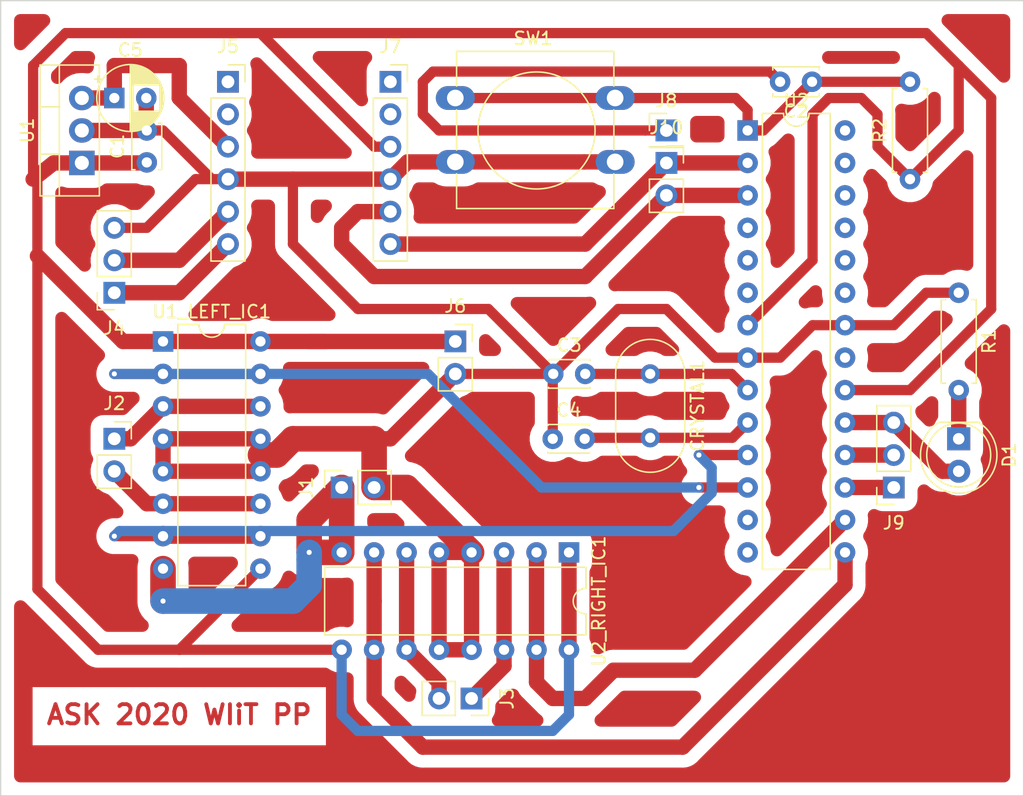
<source format=kicad_pcb>
(kicad_pcb (version 20171130) (host pcbnew "(5.1.5)-3")

  (general
    (thickness 1.6)
    (drawings 5)
    (tracks 195)
    (zones 0)
    (modules 24)
    (nets 41)
  )

  (page A4)
  (layers
    (0 F.Cu signal)
    (31 B.Cu signal)
    (32 B.Adhes user hide)
    (33 F.Adhes user hide)
    (34 B.Paste user hide)
    (35 F.Paste user hide)
    (36 B.SilkS user hide)
    (37 F.SilkS user)
    (38 B.Mask user hide)
    (39 F.Mask user hide)
    (40 Dwgs.User user hide)
    (41 Cmts.User user hide)
    (42 Eco1.User user hide)
    (43 Eco2.User user hide)
    (44 Edge.Cuts user)
    (45 Margin user hide)
    (46 B.CrtYd user hide)
    (47 F.CrtYd user hide)
    (48 B.Fab user hide)
    (49 F.Fab user hide)
  )

  (setup
    (last_trace_width 0.8)
    (user_trace_width 0.8)
    (user_trace_width 1.2)
    (user_trace_width 2)
    (trace_clearance 0.2)
    (zone_clearance 0.508)
    (zone_45_only no)
    (trace_min 0.2)
    (via_size 0.8)
    (via_drill 0.4)
    (via_min_size 0.4)
    (via_min_drill 0.3)
    (uvia_size 0.3)
    (uvia_drill 0.1)
    (uvias_allowed no)
    (uvia_min_size 0.2)
    (uvia_min_drill 0.1)
    (edge_width 0.05)
    (segment_width 0.2)
    (pcb_text_width 0.3)
    (pcb_text_size 1.5 1.5)
    (mod_edge_width 0.12)
    (mod_text_size 1 1)
    (mod_text_width 0.15)
    (pad_size 1.524 1.524)
    (pad_drill 0.762)
    (pad_to_mask_clearance 0.051)
    (solder_mask_min_width 0.25)
    (aux_axis_origin 0 0)
    (visible_elements 7FFFFFFF)
    (pcbplotparams
      (layerselection 0x010fc_ffffffff)
      (usegerberextensions false)
      (usegerberattributes false)
      (usegerberadvancedattributes false)
      (creategerberjobfile false)
      (excludeedgelayer true)
      (linewidth 0.100000)
      (plotframeref false)
      (viasonmask false)
      (mode 1)
      (useauxorigin false)
      (hpglpennumber 1)
      (hpglpenspeed 20)
      (hpglpendiameter 15.000000)
      (psnegative false)
      (psa4output false)
      (plotreference true)
      (plotvalue true)
      (plotinvisibletext false)
      (padsonsilk false)
      (subtractmaskfromsilk false)
      (outputformat 1)
      (mirror false)
      (drillshape 1)
      (scaleselection 1)
      (outputdirectory ""))
  )

  (net 0 "")
  (net 1 "Net-(J1-Pad1)")
  (net 2 "Net-(J2-Pad1)")
  (net 3 "Net-(J3-Pad1)")
  (net 4 "Net-(J4-Pad1)")
  (net 5 "Net-(J5-Pad1)")
  (net 6 GND)
  (net 7 +5V)
  (net 8 "Net-(C2-Pad2)")
  (net 9 "Net-(C2-Pad1)")
  (net 10 "Net-(C3-Pad2)")
  (net 11 "Net-(C4-Pad2)")
  (net 12 +3V3)
  (net 13 "Net-(D1-Pad2)")
  (net 14 "Net-(D1-Pad1)")
  (net 15 "Net-(J2-Pad2)")
  (net 16 "Net-(J3-Pad2)")
  (net 17 "Net-(J4-Pad2)")
  (net 18 "Net-(J5-Pad2)")
  (net 19 Atmega_RX)
  (net 20 Atmega_TX)
  (net 21 "Net-(J7-Pad2)")
  (net 22 "Net-(J7-Pad1)")
  (net 23 "Net-(J9-Pad2)")
  (net 24 "Net-(J9-Pad1)")
  (net 25 "Net-(U2-Pad28)")
  (net 26 "Net-(U2-Pad14)")
  (net 27 "Net-(U2-Pad27)")
  (net 28 "Net-(U2-Pad13)")
  (net 29 "Net-(U2-Pad26)")
  (net 30 Left_F)
  (net 31 "Net-(U2-Pad25)")
  (net 32 Left_B)
  (net 33 "Net-(U2-Pad24)")
  (net 34 "Net-(U2-Pad23)")
  (net 35 "Net-(U2-Pad21)")
  (net 36 "Net-(U2-Pad6)")
  (net 37 "Net-(U2-Pad5)")
  (net 38 "Net-(U2-Pad4)")
  (net 39 Right_F)
  (net 40 Right_B)

  (net_class Default "This is the default net class."
    (clearance 0.2)
    (trace_width 0.25)
    (via_dia 0.8)
    (via_drill 0.4)
    (uvia_dia 0.3)
    (uvia_drill 0.1)
    (add_net +3V3)
    (add_net +5V)
    (add_net Atmega_RX)
    (add_net Atmega_TX)
    (add_net GND)
    (add_net Left_B)
    (add_net Left_F)
    (add_net "Net-(C2-Pad1)")
    (add_net "Net-(C2-Pad2)")
    (add_net "Net-(C3-Pad2)")
    (add_net "Net-(C4-Pad2)")
    (add_net "Net-(D1-Pad1)")
    (add_net "Net-(D1-Pad2)")
    (add_net "Net-(J1-Pad1)")
    (add_net "Net-(J2-Pad1)")
    (add_net "Net-(J2-Pad2)")
    (add_net "Net-(J3-Pad1)")
    (add_net "Net-(J3-Pad2)")
    (add_net "Net-(J4-Pad1)")
    (add_net "Net-(J4-Pad2)")
    (add_net "Net-(J5-Pad1)")
    (add_net "Net-(J5-Pad2)")
    (add_net "Net-(J7-Pad1)")
    (add_net "Net-(J7-Pad2)")
    (add_net "Net-(J9-Pad1)")
    (add_net "Net-(J9-Pad2)")
    (add_net "Net-(U2-Pad13)")
    (add_net "Net-(U2-Pad14)")
    (add_net "Net-(U2-Pad21)")
    (add_net "Net-(U2-Pad23)")
    (add_net "Net-(U2-Pad24)")
    (add_net "Net-(U2-Pad25)")
    (add_net "Net-(U2-Pad26)")
    (add_net "Net-(U2-Pad27)")
    (add_net "Net-(U2-Pad28)")
    (add_net "Net-(U2-Pad4)")
    (add_net "Net-(U2-Pad5)")
    (add_net "Net-(U2-Pad6)")
    (add_net Right_B)
    (add_net Right_F)
  )

  (module Package_DIP:DIP-28_W7.62mm (layer F.Cu) (tedit 5A02E8C5) (tstamp 5EBD7C34)
    (at 76.2 26.67)
    (descr "28-lead though-hole mounted DIP package, row spacing 7.62 mm (300 mils)")
    (tags "THT DIP DIL PDIP 2.54mm 7.62mm 300mil")
    (path /5EBC511A)
    (fp_text reference U2 (at 3.81 -2.33) (layer F.SilkS)
      (effects (font (size 1 1) (thickness 0.15)))
    )
    (fp_text value ATmega328-PU (at 3.81 35.35) (layer F.Fab)
      (effects (font (size 1 1) (thickness 0.15)))
    )
    (fp_text user %R (at 3.81 16.51) (layer F.Fab)
      (effects (font (size 1 1) (thickness 0.15)))
    )
    (fp_line (start 8.7 -1.55) (end -1.1 -1.55) (layer F.CrtYd) (width 0.05))
    (fp_line (start 8.7 34.55) (end 8.7 -1.55) (layer F.CrtYd) (width 0.05))
    (fp_line (start -1.1 34.55) (end 8.7 34.55) (layer F.CrtYd) (width 0.05))
    (fp_line (start -1.1 -1.55) (end -1.1 34.55) (layer F.CrtYd) (width 0.05))
    (fp_line (start 6.46 -1.33) (end 4.81 -1.33) (layer F.SilkS) (width 0.12))
    (fp_line (start 6.46 34.35) (end 6.46 -1.33) (layer F.SilkS) (width 0.12))
    (fp_line (start 1.16 34.35) (end 6.46 34.35) (layer F.SilkS) (width 0.12))
    (fp_line (start 1.16 -1.33) (end 1.16 34.35) (layer F.SilkS) (width 0.12))
    (fp_line (start 2.81 -1.33) (end 1.16 -1.33) (layer F.SilkS) (width 0.12))
    (fp_line (start 0.635 -0.27) (end 1.635 -1.27) (layer F.Fab) (width 0.1))
    (fp_line (start 0.635 34.29) (end 0.635 -0.27) (layer F.Fab) (width 0.1))
    (fp_line (start 6.985 34.29) (end 0.635 34.29) (layer F.Fab) (width 0.1))
    (fp_line (start 6.985 -1.27) (end 6.985 34.29) (layer F.Fab) (width 0.1))
    (fp_line (start 1.635 -1.27) (end 6.985 -1.27) (layer F.Fab) (width 0.1))
    (fp_arc (start 3.81 -1.33) (end 2.81 -1.33) (angle -180) (layer F.SilkS) (width 0.12))
    (pad 28 thru_hole oval (at 7.62 0) (size 1.6 1.6) (drill 0.8) (layers *.Cu *.Mask)
      (net 25 "Net-(U2-Pad28)"))
    (pad 14 thru_hole oval (at 0 33.02) (size 1.6 1.6) (drill 0.8) (layers *.Cu *.Mask)
      (net 26 "Net-(U2-Pad14)"))
    (pad 27 thru_hole oval (at 7.62 2.54) (size 1.6 1.6) (drill 0.8) (layers *.Cu *.Mask)
      (net 27 "Net-(U2-Pad27)"))
    (pad 13 thru_hole oval (at 0 30.48) (size 1.6 1.6) (drill 0.8) (layers *.Cu *.Mask)
      (net 28 "Net-(U2-Pad13)"))
    (pad 26 thru_hole oval (at 7.62 5.08) (size 1.6 1.6) (drill 0.8) (layers *.Cu *.Mask)
      (net 29 "Net-(U2-Pad26)"))
    (pad 12 thru_hole oval (at 0 27.94) (size 1.6 1.6) (drill 0.8) (layers *.Cu *.Mask)
      (net 30 Left_F))
    (pad 25 thru_hole oval (at 7.62 7.62) (size 1.6 1.6) (drill 0.8) (layers *.Cu *.Mask)
      (net 31 "Net-(U2-Pad25)"))
    (pad 11 thru_hole oval (at 0 25.4) (size 1.6 1.6) (drill 0.8) (layers *.Cu *.Mask)
      (net 32 Left_B))
    (pad 24 thru_hole oval (at 7.62 10.16) (size 1.6 1.6) (drill 0.8) (layers *.Cu *.Mask)
      (net 33 "Net-(U2-Pad24)"))
    (pad 10 thru_hole oval (at 0 22.86) (size 1.6 1.6) (drill 0.8) (layers *.Cu *.Mask)
      (net 11 "Net-(C4-Pad2)"))
    (pad 23 thru_hole oval (at 7.62 12.7) (size 1.6 1.6) (drill 0.8) (layers *.Cu *.Mask)
      (net 34 "Net-(U2-Pad23)"))
    (pad 9 thru_hole oval (at 0 20.32) (size 1.6 1.6) (drill 0.8) (layers *.Cu *.Mask)
      (net 10 "Net-(C3-Pad2)"))
    (pad 22 thru_hole oval (at 7.62 15.24) (size 1.6 1.6) (drill 0.8) (layers *.Cu *.Mask)
      (net 6 GND))
    (pad 8 thru_hole oval (at 0 17.78) (size 1.6 1.6) (drill 0.8) (layers *.Cu *.Mask)
      (net 6 GND))
    (pad 21 thru_hole oval (at 7.62 17.78) (size 1.6 1.6) (drill 0.8) (layers *.Cu *.Mask)
      (net 35 "Net-(U2-Pad21)"))
    (pad 7 thru_hole oval (at 0 15.24) (size 1.6 1.6) (drill 0.8) (layers *.Cu *.Mask)
      (net 7 +5V))
    (pad 20 thru_hole oval (at 7.62 20.32) (size 1.6 1.6) (drill 0.8) (layers *.Cu *.Mask)
      (net 7 +5V))
    (pad 6 thru_hole oval (at 0 12.7) (size 1.6 1.6) (drill 0.8) (layers *.Cu *.Mask)
      (net 36 "Net-(U2-Pad6)"))
    (pad 19 thru_hole oval (at 7.62 22.86) (size 1.6 1.6) (drill 0.8) (layers *.Cu *.Mask)
      (net 13 "Net-(D1-Pad2)"))
    (pad 5 thru_hole oval (at 0 10.16) (size 1.6 1.6) (drill 0.8) (layers *.Cu *.Mask)
      (net 37 "Net-(U2-Pad5)"))
    (pad 18 thru_hole oval (at 7.62 25.4) (size 1.6 1.6) (drill 0.8) (layers *.Cu *.Mask)
      (net 23 "Net-(J9-Pad2)"))
    (pad 4 thru_hole oval (at 0 7.62) (size 1.6 1.6) (drill 0.8) (layers *.Cu *.Mask)
      (net 38 "Net-(U2-Pad4)"))
    (pad 17 thru_hole oval (at 7.62 27.94) (size 1.6 1.6) (drill 0.8) (layers *.Cu *.Mask)
      (net 24 "Net-(J9-Pad1)"))
    (pad 3 thru_hole oval (at 0 5.08) (size 1.6 1.6) (drill 0.8) (layers *.Cu *.Mask)
      (net 20 Atmega_TX))
    (pad 16 thru_hole oval (at 7.62 30.48) (size 1.6 1.6) (drill 0.8) (layers *.Cu *.Mask)
      (net 39 Right_F))
    (pad 2 thru_hole oval (at 0 2.54) (size 1.6 1.6) (drill 0.8) (layers *.Cu *.Mask)
      (net 19 Atmega_RX))
    (pad 15 thru_hole oval (at 7.62 33.02) (size 1.6 1.6) (drill 0.8) (layers *.Cu *.Mask)
      (net 40 Right_B))
    (pad 1 thru_hole rect (at 0 0) (size 1.6 1.6) (drill 0.8) (layers *.Cu *.Mask)
      (net 9 "Net-(C2-Pad1)"))
    (model ${KISYS3DMOD}/Package_DIP.3dshapes/DIP-28_W7.62mm.wrl
      (at (xyz 0 0 0))
      (scale (xyz 1 1 1))
      (rotate (xyz 0 0 0))
    )
  )

  (module Package_DIP:DIP-16_W7.62mm (layer F.Cu) (tedit 5A02E8C5) (tstamp 5EBD88BA)
    (at 62.23 59.69 270)
    (descr "16-lead though-hole mounted DIP package, row spacing 7.62 mm (300 mils)")
    (tags "THT DIP DIL PDIP 2.54mm 7.62mm 300mil")
    (path /5EA9786F)
    (fp_text reference U2_RIGHT_IC1 (at 3.81 -2.33 90) (layer F.SilkS)
      (effects (font (size 1 1) (thickness 0.15)))
    )
    (fp_text value L293D (at 3.81 20.11 90) (layer F.Fab)
      (effects (font (size 1 1) (thickness 0.15)))
    )
    (fp_text user %R (at 3.81 8.89 90) (layer F.Fab)
      (effects (font (size 1 1) (thickness 0.15)))
    )
    (fp_line (start 8.7 -1.55) (end -1.1 -1.55) (layer F.CrtYd) (width 0.05))
    (fp_line (start 8.7 19.3) (end 8.7 -1.55) (layer F.CrtYd) (width 0.05))
    (fp_line (start -1.1 19.3) (end 8.7 19.3) (layer F.CrtYd) (width 0.05))
    (fp_line (start -1.1 -1.55) (end -1.1 19.3) (layer F.CrtYd) (width 0.05))
    (fp_line (start 6.46 -1.33) (end 4.81 -1.33) (layer F.SilkS) (width 0.12))
    (fp_line (start 6.46 19.11) (end 6.46 -1.33) (layer F.SilkS) (width 0.12))
    (fp_line (start 1.16 19.11) (end 6.46 19.11) (layer F.SilkS) (width 0.12))
    (fp_line (start 1.16 -1.33) (end 1.16 19.11) (layer F.SilkS) (width 0.12))
    (fp_line (start 2.81 -1.33) (end 1.16 -1.33) (layer F.SilkS) (width 0.12))
    (fp_line (start 0.635 -0.27) (end 1.635 -1.27) (layer F.Fab) (width 0.1))
    (fp_line (start 0.635 19.05) (end 0.635 -0.27) (layer F.Fab) (width 0.1))
    (fp_line (start 6.985 19.05) (end 0.635 19.05) (layer F.Fab) (width 0.1))
    (fp_line (start 6.985 -1.27) (end 6.985 19.05) (layer F.Fab) (width 0.1))
    (fp_line (start 1.635 -1.27) (end 6.985 -1.27) (layer F.Fab) (width 0.1))
    (fp_arc (start 3.81 -1.33) (end 2.81 -1.33) (angle -180) (layer F.SilkS) (width 0.12))
    (pad 16 thru_hole oval (at 7.62 0 270) (size 1.6 1.6) (drill 0.8) (layers *.Cu *.Mask)
      (net 7 +5V))
    (pad 8 thru_hole oval (at 0 17.78 270) (size 1.6 1.6) (drill 0.8) (layers *.Cu *.Mask)
      (net 1 "Net-(J1-Pad1)"))
    (pad 15 thru_hole oval (at 7.62 2.54 270) (size 1.6 1.6) (drill 0.8) (layers *.Cu *.Mask)
      (net 39 Right_F))
    (pad 7 thru_hole oval (at 0 15.24 270) (size 1.6 1.6) (drill 0.8) (layers *.Cu *.Mask)
      (net 40 Right_B))
    (pad 14 thru_hole oval (at 7.62 5.08 270) (size 1.6 1.6) (drill 0.8) (layers *.Cu *.Mask)
      (net 3 "Net-(J3-Pad1)"))
    (pad 6 thru_hole oval (at 0 12.7 270) (size 1.6 1.6) (drill 0.8) (layers *.Cu *.Mask)
      (net 16 "Net-(J3-Pad2)"))
    (pad 13 thru_hole oval (at 7.62 7.62 270) (size 1.6 1.6) (drill 0.8) (layers *.Cu *.Mask)
      (net 6 GND))
    (pad 5 thru_hole oval (at 0 10.16 270) (size 1.6 1.6) (drill 0.8) (layers *.Cu *.Mask)
      (net 6 GND))
    (pad 12 thru_hole oval (at 7.62 10.16 270) (size 1.6 1.6) (drill 0.8) (layers *.Cu *.Mask)
      (net 6 GND))
    (pad 4 thru_hole oval (at 0 7.62 270) (size 1.6 1.6) (drill 0.8) (layers *.Cu *.Mask)
      (net 6 GND))
    (pad 11 thru_hole oval (at 7.62 12.7 270) (size 1.6 1.6) (drill 0.8) (layers *.Cu *.Mask)
      (net 16 "Net-(J3-Pad2)"))
    (pad 3 thru_hole oval (at 0 5.08 270) (size 1.6 1.6) (drill 0.8) (layers *.Cu *.Mask)
      (net 3 "Net-(J3-Pad1)"))
    (pad 10 thru_hole oval (at 7.62 15.24 270) (size 1.6 1.6) (drill 0.8) (layers *.Cu *.Mask)
      (net 40 Right_B))
    (pad 2 thru_hole oval (at 0 2.54 270) (size 1.6 1.6) (drill 0.8) (layers *.Cu *.Mask)
      (net 39 Right_F))
    (pad 9 thru_hole oval (at 7.62 17.78 270) (size 1.6 1.6) (drill 0.8) (layers *.Cu *.Mask)
      (net 7 +5V))
    (pad 1 thru_hole rect (at 0 0 270) (size 1.6 1.6) (drill 0.8) (layers *.Cu *.Mask)
      (net 7 +5V))
    (model ${KISYS3DMOD}/Package_DIP.3dshapes/DIP-16_W7.62mm.wrl
      (at (xyz 0 0 0))
      (scale (xyz 1 1 1))
      (rotate (xyz 0 0 0))
    )
  )

  (module Package_DIP:DIP-16_W7.62mm (layer F.Cu) (tedit 5A02E8C5) (tstamp 5EBD7C58)
    (at 30.48 43.18)
    (descr "16-lead though-hole mounted DIP package, row spacing 7.62 mm (300 mils)")
    (tags "THT DIP DIL PDIP 2.54mm 7.62mm 300mil")
    (path /5EA963CB)
    (fp_text reference U1_LEFT_IC1 (at 3.81 -2.33) (layer F.SilkS)
      (effects (font (size 1 1) (thickness 0.15)))
    )
    (fp_text value L293D (at 3.81 20.11) (layer F.Fab)
      (effects (font (size 1 1) (thickness 0.15)))
    )
    (fp_text user %R (at 3.81 8.89) (layer F.Fab)
      (effects (font (size 1 1) (thickness 0.15)))
    )
    (fp_line (start 8.7 -1.55) (end -1.1 -1.55) (layer F.CrtYd) (width 0.05))
    (fp_line (start 8.7 19.3) (end 8.7 -1.55) (layer F.CrtYd) (width 0.05))
    (fp_line (start -1.1 19.3) (end 8.7 19.3) (layer F.CrtYd) (width 0.05))
    (fp_line (start -1.1 -1.55) (end -1.1 19.3) (layer F.CrtYd) (width 0.05))
    (fp_line (start 6.46 -1.33) (end 4.81 -1.33) (layer F.SilkS) (width 0.12))
    (fp_line (start 6.46 19.11) (end 6.46 -1.33) (layer F.SilkS) (width 0.12))
    (fp_line (start 1.16 19.11) (end 6.46 19.11) (layer F.SilkS) (width 0.12))
    (fp_line (start 1.16 -1.33) (end 1.16 19.11) (layer F.SilkS) (width 0.12))
    (fp_line (start 2.81 -1.33) (end 1.16 -1.33) (layer F.SilkS) (width 0.12))
    (fp_line (start 0.635 -0.27) (end 1.635 -1.27) (layer F.Fab) (width 0.1))
    (fp_line (start 0.635 19.05) (end 0.635 -0.27) (layer F.Fab) (width 0.1))
    (fp_line (start 6.985 19.05) (end 0.635 19.05) (layer F.Fab) (width 0.1))
    (fp_line (start 6.985 -1.27) (end 6.985 19.05) (layer F.Fab) (width 0.1))
    (fp_line (start 1.635 -1.27) (end 6.985 -1.27) (layer F.Fab) (width 0.1))
    (fp_arc (start 3.81 -1.33) (end 2.81 -1.33) (angle -180) (layer F.SilkS) (width 0.12))
    (pad 16 thru_hole oval (at 7.62 0) (size 1.6 1.6) (drill 0.8) (layers *.Cu *.Mask)
      (net 7 +5V))
    (pad 8 thru_hole oval (at 0 17.78) (size 1.6 1.6) (drill 0.8) (layers *.Cu *.Mask)
      (net 1 "Net-(J1-Pad1)"))
    (pad 15 thru_hole oval (at 7.62 2.54) (size 1.6 1.6) (drill 0.8) (layers *.Cu *.Mask)
      (net 30 Left_F))
    (pad 7 thru_hole oval (at 0 15.24) (size 1.6 1.6) (drill 0.8) (layers *.Cu *.Mask)
      (net 32 Left_B))
    (pad 14 thru_hole oval (at 7.62 5.08) (size 1.6 1.6) (drill 0.8) (layers *.Cu *.Mask)
      (net 2 "Net-(J2-Pad1)"))
    (pad 6 thru_hole oval (at 0 12.7) (size 1.6 1.6) (drill 0.8) (layers *.Cu *.Mask)
      (net 15 "Net-(J2-Pad2)"))
    (pad 13 thru_hole oval (at 7.62 7.62) (size 1.6 1.6) (drill 0.8) (layers *.Cu *.Mask)
      (net 6 GND))
    (pad 5 thru_hole oval (at 0 10.16) (size 1.6 1.6) (drill 0.8) (layers *.Cu *.Mask)
      (net 6 GND))
    (pad 12 thru_hole oval (at 7.62 10.16) (size 1.6 1.6) (drill 0.8) (layers *.Cu *.Mask)
      (net 6 GND))
    (pad 4 thru_hole oval (at 0 7.62) (size 1.6 1.6) (drill 0.8) (layers *.Cu *.Mask)
      (net 6 GND))
    (pad 11 thru_hole oval (at 7.62 12.7) (size 1.6 1.6) (drill 0.8) (layers *.Cu *.Mask)
      (net 15 "Net-(J2-Pad2)"))
    (pad 3 thru_hole oval (at 0 5.08) (size 1.6 1.6) (drill 0.8) (layers *.Cu *.Mask)
      (net 2 "Net-(J2-Pad1)"))
    (pad 10 thru_hole oval (at 7.62 15.24) (size 1.6 1.6) (drill 0.8) (layers *.Cu *.Mask)
      (net 32 Left_B))
    (pad 2 thru_hole oval (at 0 2.54) (size 1.6 1.6) (drill 0.8) (layers *.Cu *.Mask)
      (net 30 Left_F))
    (pad 9 thru_hole oval (at 7.62 17.78) (size 1.6 1.6) (drill 0.8) (layers *.Cu *.Mask)
      (net 7 +5V))
    (pad 1 thru_hole rect (at 0 0) (size 1.6 1.6) (drill 0.8) (layers *.Cu *.Mask)
      (net 7 +5V))
    (model ${KISYS3DMOD}/Package_DIP.3dshapes/DIP-16_W7.62mm.wrl
      (at (xyz 0 0 0))
      (scale (xyz 1 1 1))
      (rotate (xyz 0 0 0))
    )
  )

  (module Package_TO_SOT_THT:TO-220-3_Vertical (layer F.Cu) (tedit 5AC8BA0D) (tstamp 5EBD7C04)
    (at 24.13 29.21 90)
    (descr "TO-220-3, Vertical, RM 2.54mm, see https://www.vishay.com/docs/66542/to-220-1.pdf")
    (tags "TO-220-3 Vertical RM 2.54mm")
    (path /5EC3B6EF)
    (fp_text reference U1 (at 2.54 -4.27 90) (layer F.SilkS)
      (effects (font (size 1 1) (thickness 0.15)))
    )
    (fp_text value LF33_TO220 (at 2.54 2.5 90) (layer F.Fab)
      (effects (font (size 1 1) (thickness 0.15)))
    )
    (fp_text user %R (at 2.54 -4.27 90) (layer F.Fab)
      (effects (font (size 1 1) (thickness 0.15)))
    )
    (fp_line (start 7.79 -3.4) (end -2.71 -3.4) (layer F.CrtYd) (width 0.05))
    (fp_line (start 7.79 1.51) (end 7.79 -3.4) (layer F.CrtYd) (width 0.05))
    (fp_line (start -2.71 1.51) (end 7.79 1.51) (layer F.CrtYd) (width 0.05))
    (fp_line (start -2.71 -3.4) (end -2.71 1.51) (layer F.CrtYd) (width 0.05))
    (fp_line (start 4.391 -3.27) (end 4.391 -1.76) (layer F.SilkS) (width 0.12))
    (fp_line (start 0.69 -3.27) (end 0.69 -1.76) (layer F.SilkS) (width 0.12))
    (fp_line (start -2.58 -1.76) (end 7.66 -1.76) (layer F.SilkS) (width 0.12))
    (fp_line (start 7.66 -3.27) (end 7.66 1.371) (layer F.SilkS) (width 0.12))
    (fp_line (start -2.58 -3.27) (end -2.58 1.371) (layer F.SilkS) (width 0.12))
    (fp_line (start -2.58 1.371) (end 7.66 1.371) (layer F.SilkS) (width 0.12))
    (fp_line (start -2.58 -3.27) (end 7.66 -3.27) (layer F.SilkS) (width 0.12))
    (fp_line (start 4.39 -3.15) (end 4.39 -1.88) (layer F.Fab) (width 0.1))
    (fp_line (start 0.69 -3.15) (end 0.69 -1.88) (layer F.Fab) (width 0.1))
    (fp_line (start -2.46 -1.88) (end 7.54 -1.88) (layer F.Fab) (width 0.1))
    (fp_line (start 7.54 -3.15) (end -2.46 -3.15) (layer F.Fab) (width 0.1))
    (fp_line (start 7.54 1.25) (end 7.54 -3.15) (layer F.Fab) (width 0.1))
    (fp_line (start -2.46 1.25) (end 7.54 1.25) (layer F.Fab) (width 0.1))
    (fp_line (start -2.46 -3.15) (end -2.46 1.25) (layer F.Fab) (width 0.1))
    (pad 3 thru_hole oval (at 5.08 0 90) (size 1.905 2) (drill 1.1) (layers *.Cu *.Mask)
      (net 12 +3V3))
    (pad 2 thru_hole oval (at 2.54 0 90) (size 1.905 2) (drill 1.1) (layers *.Cu *.Mask)
      (net 6 GND))
    (pad 1 thru_hole rect (at 0 0 90) (size 1.905 2) (drill 1.1) (layers *.Cu *.Mask)
      (net 7 +5V))
    (model ${KISYS3DMOD}/Package_TO_SOT_THT.3dshapes/TO-220-3_Vertical.wrl
      (at (xyz 0 0 0))
      (scale (xyz 1 1 1))
      (rotate (xyz 0 0 0))
    )
  )

  (module Button_Switch_THT:SW_PUSH-12mm (layer F.Cu) (tedit 5D160D14) (tstamp 5EBD7BEA)
    (at 53.34 24.13)
    (descr "SW PUSH 12mm https://www.e-switch.com/system/asset/product_line/data_sheet/143/TL1100.pdf")
    (tags "tact sw push 12mm")
    (path /5EC9A0D0)
    (fp_text reference SW1 (at 6.08 -4.66) (layer F.SilkS)
      (effects (font (size 1 1) (thickness 0.15)))
    )
    (fp_text value ResetButton (at 6.62 9.93) (layer F.Fab)
      (effects (font (size 1 1) (thickness 0.15)))
    )
    (fp_line (start 12.4 -3.65) (end 12.4 -0.93) (layer F.SilkS) (width 0.12))
    (fp_line (start 12.4 5.93) (end 12.4 8.65) (layer F.SilkS) (width 0.12))
    (fp_line (start 0.1 4.07) (end 0.1 0.93) (layer F.SilkS) (width 0.12))
    (fp_line (start 0.1 8.65) (end 0.1 5.93) (layer F.SilkS) (width 0.12))
    (fp_line (start 0.25 -3.5) (end 0.25 8.5) (layer F.Fab) (width 0.1))
    (fp_circle (center 6.35 2.54) (end 10.16 5.08) (layer F.SilkS) (width 0.12))
    (fp_line (start 14.25 8.75) (end -1.77 8.75) (layer F.CrtYd) (width 0.05))
    (fp_line (start 14.25 8.75) (end 14.25 -3.75) (layer F.CrtYd) (width 0.05))
    (fp_line (start -1.77 -3.75) (end -1.77 8.75) (layer F.CrtYd) (width 0.05))
    (fp_line (start -1.77 -3.75) (end 14.25 -3.75) (layer F.CrtYd) (width 0.05))
    (fp_line (start 0.1 -0.93) (end 0.1 -3.65) (layer F.SilkS) (width 0.12))
    (fp_line (start 12.4 8.65) (end 0.1 8.65) (layer F.SilkS) (width 0.12))
    (fp_line (start 12.4 0.93) (end 12.4 4.07) (layer F.SilkS) (width 0.12))
    (fp_line (start 0.1 -3.65) (end 12.4 -3.65) (layer F.SilkS) (width 0.12))
    (fp_text user %R (at 6.35 2.54) (layer F.Fab)
      (effects (font (size 1 1) (thickness 0.15)))
    )
    (fp_line (start 12.25 -3.5) (end 12.25 8.5) (layer F.Fab) (width 0.1))
    (fp_line (start 0.25 -3.5) (end 12.25 -3.5) (layer F.Fab) (width 0.1))
    (fp_line (start 0.25 8.5) (end 12.25 8.5) (layer F.Fab) (width 0.1))
    (pad 2 thru_hole oval (at 0 5) (size 3.048 1.85) (drill 1.3) (layers *.Cu *.Mask)
      (net 6 GND))
    (pad 1 thru_hole oval (at 0 0) (size 3.048 1.85) (drill 1.3) (layers *.Cu *.Mask)
      (net 9 "Net-(C2-Pad1)"))
    (pad 2 thru_hole oval (at 12.5 5) (size 3.048 1.85) (drill 1.3) (layers *.Cu *.Mask)
      (net 6 GND))
    (pad 1 thru_hole oval (at 12.5 0) (size 3.048 1.85) (drill 1.3) (layers *.Cu *.Mask)
      (net 9 "Net-(C2-Pad1)"))
    (model ${KISYS3DMOD}/Button_Switch_THT.3dshapes/SW_PUSH-12mm.wrl
      (at (xyz 0 0 0))
      (scale (xyz 1 1 1))
      (rotate (xyz 0 0 0))
    )
  )

  (module Resistor_THT:R_Axial_DIN0207_L6.3mm_D2.5mm_P7.62mm_Horizontal (layer F.Cu) (tedit 5AE5139B) (tstamp 5EBD7BD0)
    (at 88.9 30.48 90)
    (descr "Resistor, Axial_DIN0207 series, Axial, Horizontal, pin pitch=7.62mm, 0.25W = 1/4W, length*diameter=6.3*2.5mm^2, http://cdn-reichelt.de/documents/datenblatt/B400/1_4W%23YAG.pdf")
    (tags "Resistor Axial_DIN0207 series Axial Horizontal pin pitch 7.62mm 0.25W = 1/4W length 6.3mm diameter 2.5mm")
    (path /5ECECEBB)
    (fp_text reference R2 (at 3.81 -2.37 90) (layer F.SilkS)
      (effects (font (size 1 1) (thickness 0.15)))
    )
    (fp_text value 10K (at 3.81 2.37 90) (layer F.Fab)
      (effects (font (size 1 1) (thickness 0.15)))
    )
    (fp_text user %R (at 3.81 0) (layer F.Fab)
      (effects (font (size 1 1) (thickness 0.15)))
    )
    (fp_line (start 8.67 -1.5) (end -1.05 -1.5) (layer F.CrtYd) (width 0.05))
    (fp_line (start 8.67 1.5) (end 8.67 -1.5) (layer F.CrtYd) (width 0.05))
    (fp_line (start -1.05 1.5) (end 8.67 1.5) (layer F.CrtYd) (width 0.05))
    (fp_line (start -1.05 -1.5) (end -1.05 1.5) (layer F.CrtYd) (width 0.05))
    (fp_line (start 7.08 1.37) (end 7.08 1.04) (layer F.SilkS) (width 0.12))
    (fp_line (start 0.54 1.37) (end 7.08 1.37) (layer F.SilkS) (width 0.12))
    (fp_line (start 0.54 1.04) (end 0.54 1.37) (layer F.SilkS) (width 0.12))
    (fp_line (start 7.08 -1.37) (end 7.08 -1.04) (layer F.SilkS) (width 0.12))
    (fp_line (start 0.54 -1.37) (end 7.08 -1.37) (layer F.SilkS) (width 0.12))
    (fp_line (start 0.54 -1.04) (end 0.54 -1.37) (layer F.SilkS) (width 0.12))
    (fp_line (start 7.62 0) (end 6.96 0) (layer F.Fab) (width 0.1))
    (fp_line (start 0 0) (end 0.66 0) (layer F.Fab) (width 0.1))
    (fp_line (start 6.96 -1.25) (end 0.66 -1.25) (layer F.Fab) (width 0.1))
    (fp_line (start 6.96 1.25) (end 6.96 -1.25) (layer F.Fab) (width 0.1))
    (fp_line (start 0.66 1.25) (end 6.96 1.25) (layer F.Fab) (width 0.1))
    (fp_line (start 0.66 -1.25) (end 0.66 1.25) (layer F.Fab) (width 0.1))
    (pad 2 thru_hole oval (at 7.62 0 90) (size 1.6 1.6) (drill 0.8) (layers *.Cu *.Mask)
      (net 9 "Net-(C2-Pad1)"))
    (pad 1 thru_hole circle (at 0 0 90) (size 1.6 1.6) (drill 0.8) (layers *.Cu *.Mask)
      (net 7 +5V))
    (model ${KISYS3DMOD}/Resistor_THT.3dshapes/R_Axial_DIN0207_L6.3mm_D2.5mm_P7.62mm_Horizontal.wrl
      (at (xyz 0 0 0))
      (scale (xyz 1 1 1))
      (rotate (xyz 0 0 0))
    )
  )

  (module Resistor_THT:R_Axial_DIN0207_L6.3mm_D2.5mm_P7.62mm_Horizontal (layer F.Cu) (tedit 5AE5139B) (tstamp 5EBD87F7)
    (at 92.71 39.37 270)
    (descr "Resistor, Axial_DIN0207 series, Axial, Horizontal, pin pitch=7.62mm, 0.25W = 1/4W, length*diameter=6.3*2.5mm^2, http://cdn-reichelt.de/documents/datenblatt/B400/1_4W%23YAG.pdf")
    (tags "Resistor Axial_DIN0207 series Axial Horizontal pin pitch 7.62mm 0.25W = 1/4W length 6.3mm diameter 2.5mm")
    (path /5ECA10E2)
    (fp_text reference R1 (at 3.81 -2.37 90) (layer F.SilkS)
      (effects (font (size 1 1) (thickness 0.15)))
    )
    (fp_text value 330 (at 3.81 2.37 90) (layer F.Fab)
      (effects (font (size 1 1) (thickness 0.15)))
    )
    (fp_text user %R (at 3.81 0 90) (layer F.Fab)
      (effects (font (size 1 1) (thickness 0.15)))
    )
    (fp_line (start 8.67 -1.5) (end -1.05 -1.5) (layer F.CrtYd) (width 0.05))
    (fp_line (start 8.67 1.5) (end 8.67 -1.5) (layer F.CrtYd) (width 0.05))
    (fp_line (start -1.05 1.5) (end 8.67 1.5) (layer F.CrtYd) (width 0.05))
    (fp_line (start -1.05 -1.5) (end -1.05 1.5) (layer F.CrtYd) (width 0.05))
    (fp_line (start 7.08 1.37) (end 7.08 1.04) (layer F.SilkS) (width 0.12))
    (fp_line (start 0.54 1.37) (end 7.08 1.37) (layer F.SilkS) (width 0.12))
    (fp_line (start 0.54 1.04) (end 0.54 1.37) (layer F.SilkS) (width 0.12))
    (fp_line (start 7.08 -1.37) (end 7.08 -1.04) (layer F.SilkS) (width 0.12))
    (fp_line (start 0.54 -1.37) (end 7.08 -1.37) (layer F.SilkS) (width 0.12))
    (fp_line (start 0.54 -1.04) (end 0.54 -1.37) (layer F.SilkS) (width 0.12))
    (fp_line (start 7.62 0) (end 6.96 0) (layer F.Fab) (width 0.1))
    (fp_line (start 0 0) (end 0.66 0) (layer F.Fab) (width 0.1))
    (fp_line (start 6.96 -1.25) (end 0.66 -1.25) (layer F.Fab) (width 0.1))
    (fp_line (start 6.96 1.25) (end 6.96 -1.25) (layer F.Fab) (width 0.1))
    (fp_line (start 0.66 1.25) (end 6.96 1.25) (layer F.Fab) (width 0.1))
    (fp_line (start 0.66 -1.25) (end 0.66 1.25) (layer F.Fab) (width 0.1))
    (pad 2 thru_hole oval (at 7.62 0 270) (size 1.6 1.6) (drill 0.8) (layers *.Cu *.Mask)
      (net 14 "Net-(D1-Pad1)"))
    (pad 1 thru_hole circle (at 0 0 270) (size 1.6 1.6) (drill 0.8) (layers *.Cu *.Mask)
      (net 6 GND))
    (model ${KISYS3DMOD}/Resistor_THT.3dshapes/R_Axial_DIN0207_L6.3mm_D2.5mm_P7.62mm_Horizontal.wrl
      (at (xyz 0 0 0))
      (scale (xyz 1 1 1))
      (rotate (xyz 0 0 0))
    )
  )

  (module Connector_PinSocket_2.54mm:PinSocket_1x02_P2.54mm_Vertical (layer F.Cu) (tedit 5A19A420) (tstamp 5EBD7BA2)
    (at 69.85 29.21)
    (descr "Through hole straight socket strip, 1x02, 2.54mm pitch, single row (from Kicad 4.0.7), script generated")
    (tags "Through hole socket strip THT 1x02 2.54mm single row")
    (path /5ECCAC0D)
    (fp_text reference J10 (at 0 -2.77) (layer F.SilkS)
      (effects (font (size 1 1) (thickness 0.15)))
    )
    (fp_text value PIN_RX_TX (at 0 5.31) (layer F.Fab)
      (effects (font (size 1 1) (thickness 0.15)))
    )
    (fp_text user %R (at 0 1.27 90) (layer F.Fab)
      (effects (font (size 1 1) (thickness 0.15)))
    )
    (fp_line (start -1.8 4.3) (end -1.8 -1.8) (layer F.CrtYd) (width 0.05))
    (fp_line (start 1.75 4.3) (end -1.8 4.3) (layer F.CrtYd) (width 0.05))
    (fp_line (start 1.75 -1.8) (end 1.75 4.3) (layer F.CrtYd) (width 0.05))
    (fp_line (start -1.8 -1.8) (end 1.75 -1.8) (layer F.CrtYd) (width 0.05))
    (fp_line (start 0 -1.33) (end 1.33 -1.33) (layer F.SilkS) (width 0.12))
    (fp_line (start 1.33 -1.33) (end 1.33 0) (layer F.SilkS) (width 0.12))
    (fp_line (start 1.33 1.27) (end 1.33 3.87) (layer F.SilkS) (width 0.12))
    (fp_line (start -1.33 3.87) (end 1.33 3.87) (layer F.SilkS) (width 0.12))
    (fp_line (start -1.33 1.27) (end -1.33 3.87) (layer F.SilkS) (width 0.12))
    (fp_line (start -1.33 1.27) (end 1.33 1.27) (layer F.SilkS) (width 0.12))
    (fp_line (start -1.27 3.81) (end -1.27 -1.27) (layer F.Fab) (width 0.1))
    (fp_line (start 1.27 3.81) (end -1.27 3.81) (layer F.Fab) (width 0.1))
    (fp_line (start 1.27 -0.635) (end 1.27 3.81) (layer F.Fab) (width 0.1))
    (fp_line (start 0.635 -1.27) (end 1.27 -0.635) (layer F.Fab) (width 0.1))
    (fp_line (start -1.27 -1.27) (end 0.635 -1.27) (layer F.Fab) (width 0.1))
    (pad 2 thru_hole oval (at 0 2.54) (size 1.7 1.7) (drill 1) (layers *.Cu *.Mask)
      (net 20 Atmega_TX))
    (pad 1 thru_hole rect (at 0 0) (size 1.7 1.7) (drill 1) (layers *.Cu *.Mask)
      (net 19 Atmega_RX))
    (model ${KISYS3DMOD}/Connector_PinSocket_2.54mm.3dshapes/PinSocket_1x02_P2.54mm_Vertical.wrl
      (at (xyz 0 0 0))
      (scale (xyz 1 1 1))
      (rotate (xyz 0 0 0))
    )
  )

  (module Connector_PinSocket_2.54mm:PinSocket_1x03_P2.54mm_Vertical (layer F.Cu) (tedit 5A19A429) (tstamp 5EBD7B8C)
    (at 87.63 54.61 180)
    (descr "Through hole straight socket strip, 1x03, 2.54mm pitch, single row (from Kicad 4.0.7), script generated")
    (tags "Through hole socket strip THT 1x03 2.54mm single row")
    (path /5EC67580)
    (fp_text reference J9 (at 0 -2.77) (layer F.SilkS)
      (effects (font (size 1 1) (thickness 0.15)))
    )
    (fp_text value GPIO (at 0 7.85) (layer F.Fab)
      (effects (font (size 1 1) (thickness 0.15)))
    )
    (fp_text user %R (at 0 2.54 90) (layer F.Fab)
      (effects (font (size 1 1) (thickness 0.15)))
    )
    (fp_line (start -1.8 6.85) (end -1.8 -1.8) (layer F.CrtYd) (width 0.05))
    (fp_line (start 1.75 6.85) (end -1.8 6.85) (layer F.CrtYd) (width 0.05))
    (fp_line (start 1.75 -1.8) (end 1.75 6.85) (layer F.CrtYd) (width 0.05))
    (fp_line (start -1.8 -1.8) (end 1.75 -1.8) (layer F.CrtYd) (width 0.05))
    (fp_line (start 0 -1.33) (end 1.33 -1.33) (layer F.SilkS) (width 0.12))
    (fp_line (start 1.33 -1.33) (end 1.33 0) (layer F.SilkS) (width 0.12))
    (fp_line (start 1.33 1.27) (end 1.33 6.41) (layer F.SilkS) (width 0.12))
    (fp_line (start -1.33 6.41) (end 1.33 6.41) (layer F.SilkS) (width 0.12))
    (fp_line (start -1.33 1.27) (end -1.33 6.41) (layer F.SilkS) (width 0.12))
    (fp_line (start -1.33 1.27) (end 1.33 1.27) (layer F.SilkS) (width 0.12))
    (fp_line (start -1.27 6.35) (end -1.27 -1.27) (layer F.Fab) (width 0.1))
    (fp_line (start 1.27 6.35) (end -1.27 6.35) (layer F.Fab) (width 0.1))
    (fp_line (start 1.27 -0.635) (end 1.27 6.35) (layer F.Fab) (width 0.1))
    (fp_line (start 0.635 -1.27) (end 1.27 -0.635) (layer F.Fab) (width 0.1))
    (fp_line (start -1.27 -1.27) (end 0.635 -1.27) (layer F.Fab) (width 0.1))
    (pad 3 thru_hole oval (at 0 5.08 180) (size 1.7 1.7) (drill 1) (layers *.Cu *.Mask)
      (net 13 "Net-(D1-Pad2)"))
    (pad 2 thru_hole oval (at 0 2.54 180) (size 1.7 1.7) (drill 1) (layers *.Cu *.Mask)
      (net 23 "Net-(J9-Pad2)"))
    (pad 1 thru_hole rect (at 0 0 180) (size 1.7 1.7) (drill 1) (layers *.Cu *.Mask)
      (net 24 "Net-(J9-Pad1)"))
    (model ${KISYS3DMOD}/Connector_PinSocket_2.54mm.3dshapes/PinSocket_1x03_P2.54mm_Vertical.wrl
      (at (xyz 0 0 0))
      (scale (xyz 1 1 1))
      (rotate (xyz 0 0 0))
    )
  )

  (module Connector_PinHeader_2.54mm:PinHeader_1x01_P2.54mm_Vertical (layer F.Cu) (tedit 59FED5CC) (tstamp 5EBD9586)
    (at 69.85 26.67)
    (descr "Through hole straight pin header, 1x01, 2.54mm pitch, single row")
    (tags "Through hole pin header THT 1x01 2.54mm single row")
    (path /5EC068B7)
    (fp_text reference J8 (at 0 -2.33) (layer F.SilkS)
      (effects (font (size 1 1) (thickness 0.15)))
    )
    (fp_text value PIN_RESET (at 0 2.33) (layer F.Fab)
      (effects (font (size 1 1) (thickness 0.15)))
    )
    (fp_text user %R (at 0 0 90) (layer F.Fab)
      (effects (font (size 1 1) (thickness 0.15)))
    )
    (fp_line (start 1.8 -1.8) (end -1.8 -1.8) (layer F.CrtYd) (width 0.05))
    (fp_line (start 1.8 1.8) (end 1.8 -1.8) (layer F.CrtYd) (width 0.05))
    (fp_line (start -1.8 1.8) (end 1.8 1.8) (layer F.CrtYd) (width 0.05))
    (fp_line (start -1.8 -1.8) (end -1.8 1.8) (layer F.CrtYd) (width 0.05))
    (fp_line (start -1.33 -1.33) (end 0 -1.33) (layer F.SilkS) (width 0.12))
    (fp_line (start -1.33 0) (end -1.33 -1.33) (layer F.SilkS) (width 0.12))
    (fp_line (start -1.33 1.27) (end 1.33 1.27) (layer F.SilkS) (width 0.12))
    (fp_line (start 1.33 1.27) (end 1.33 1.33) (layer F.SilkS) (width 0.12))
    (fp_line (start -1.33 1.27) (end -1.33 1.33) (layer F.SilkS) (width 0.12))
    (fp_line (start -1.33 1.33) (end 1.33 1.33) (layer F.SilkS) (width 0.12))
    (fp_line (start -1.27 -0.635) (end -0.635 -1.27) (layer F.Fab) (width 0.1))
    (fp_line (start -1.27 1.27) (end -1.27 -0.635) (layer F.Fab) (width 0.1))
    (fp_line (start 1.27 1.27) (end -1.27 1.27) (layer F.Fab) (width 0.1))
    (fp_line (start 1.27 -1.27) (end 1.27 1.27) (layer F.Fab) (width 0.1))
    (fp_line (start -0.635 -1.27) (end 1.27 -1.27) (layer F.Fab) (width 0.1))
    (pad 1 thru_hole rect (at 0 0) (size 1.7 1.7) (drill 1) (layers *.Cu *.Mask)
      (net 8 "Net-(C2-Pad2)"))
    (model ${KISYS3DMOD}/Connector_PinHeader_2.54mm.3dshapes/PinHeader_1x01_P2.54mm_Vertical.wrl
      (at (xyz 0 0 0))
      (scale (xyz 1 1 1))
      (rotate (xyz 0 0 0))
    )
  )

  (module Connector_PinSocket_2.54mm:PinSocket_1x06_P2.54mm_Vertical (layer F.Cu) (tedit 5A19A430) (tstamp 5EBD7B60)
    (at 48.26 22.86)
    (descr "Through hole straight socket strip, 1x06, 2.54mm pitch, single row (from Kicad 4.0.7), script generated")
    (tags "Through hole socket strip THT 1x06 2.54mm single row")
    (path /5EC55663)
    (fp_text reference J7 (at 0 -2.77) (layer F.SilkS)
      (effects (font (size 1 1) (thickness 0.15)))
    )
    (fp_text value HV (at 0 15.47) (layer F.Fab)
      (effects (font (size 1 1) (thickness 0.15)))
    )
    (fp_text user %R (at 0 6.35 90) (layer F.Fab)
      (effects (font (size 1 1) (thickness 0.15)))
    )
    (fp_line (start -1.8 14.45) (end -1.8 -1.8) (layer F.CrtYd) (width 0.05))
    (fp_line (start 1.75 14.45) (end -1.8 14.45) (layer F.CrtYd) (width 0.05))
    (fp_line (start 1.75 -1.8) (end 1.75 14.45) (layer F.CrtYd) (width 0.05))
    (fp_line (start -1.8 -1.8) (end 1.75 -1.8) (layer F.CrtYd) (width 0.05))
    (fp_line (start 0 -1.33) (end 1.33 -1.33) (layer F.SilkS) (width 0.12))
    (fp_line (start 1.33 -1.33) (end 1.33 0) (layer F.SilkS) (width 0.12))
    (fp_line (start 1.33 1.27) (end 1.33 14.03) (layer F.SilkS) (width 0.12))
    (fp_line (start -1.33 14.03) (end 1.33 14.03) (layer F.SilkS) (width 0.12))
    (fp_line (start -1.33 1.27) (end -1.33 14.03) (layer F.SilkS) (width 0.12))
    (fp_line (start -1.33 1.27) (end 1.33 1.27) (layer F.SilkS) (width 0.12))
    (fp_line (start -1.27 13.97) (end -1.27 -1.27) (layer F.Fab) (width 0.1))
    (fp_line (start 1.27 13.97) (end -1.27 13.97) (layer F.Fab) (width 0.1))
    (fp_line (start 1.27 -0.635) (end 1.27 13.97) (layer F.Fab) (width 0.1))
    (fp_line (start 0.635 -1.27) (end 1.27 -0.635) (layer F.Fab) (width 0.1))
    (fp_line (start -1.27 -1.27) (end 0.635 -1.27) (layer F.Fab) (width 0.1))
    (pad 6 thru_hole oval (at 0 12.7) (size 1.7 1.7) (drill 1) (layers *.Cu *.Mask)
      (net 19 Atmega_RX))
    (pad 5 thru_hole oval (at 0 10.16) (size 1.7 1.7) (drill 1) (layers *.Cu *.Mask)
      (net 20 Atmega_TX))
    (pad 4 thru_hole oval (at 0 7.62) (size 1.7 1.7) (drill 1) (layers *.Cu *.Mask)
      (net 6 GND))
    (pad 3 thru_hole oval (at 0 5.08) (size 1.7 1.7) (drill 1) (layers *.Cu *.Mask)
      (net 7 +5V))
    (pad 2 thru_hole oval (at 0 2.54) (size 1.7 1.7) (drill 1) (layers *.Cu *.Mask)
      (net 21 "Net-(J7-Pad2)"))
    (pad 1 thru_hole rect (at 0 0) (size 1.7 1.7) (drill 1) (layers *.Cu *.Mask)
      (net 22 "Net-(J7-Pad1)"))
    (model ${KISYS3DMOD}/Connector_PinSocket_2.54mm.3dshapes/PinSocket_1x06_P2.54mm_Vertical.wrl
      (at (xyz 0 0 0))
      (scale (xyz 1 1 1))
      (rotate (xyz 0 0 0))
    )
  )

  (module Connector_PinSocket_2.54mm:PinSocket_1x02_P2.54mm_Vertical (layer F.Cu) (tedit 5A19A420) (tstamp 5EBD7B46)
    (at 53.34 43.18)
    (descr "Through hole straight socket strip, 1x02, 2.54mm pitch, single row (from Kicad 4.0.7), script generated")
    (tags "Through hole socket strip THT 1x02 2.54mm single row")
    (path /5ECB52A9)
    (fp_text reference J6 (at 0 -2.77) (layer F.SilkS)
      (effects (font (size 1 1) (thickness 0.15)))
    )
    (fp_text value PIN_VCC_GND (at 0 5.31) (layer F.Fab)
      (effects (font (size 1 1) (thickness 0.15)))
    )
    (fp_text user %R (at 0 1.27 90) (layer F.Fab)
      (effects (font (size 1 1) (thickness 0.15)))
    )
    (fp_line (start -1.8 4.3) (end -1.8 -1.8) (layer F.CrtYd) (width 0.05))
    (fp_line (start 1.75 4.3) (end -1.8 4.3) (layer F.CrtYd) (width 0.05))
    (fp_line (start 1.75 -1.8) (end 1.75 4.3) (layer F.CrtYd) (width 0.05))
    (fp_line (start -1.8 -1.8) (end 1.75 -1.8) (layer F.CrtYd) (width 0.05))
    (fp_line (start 0 -1.33) (end 1.33 -1.33) (layer F.SilkS) (width 0.12))
    (fp_line (start 1.33 -1.33) (end 1.33 0) (layer F.SilkS) (width 0.12))
    (fp_line (start 1.33 1.27) (end 1.33 3.87) (layer F.SilkS) (width 0.12))
    (fp_line (start -1.33 3.87) (end 1.33 3.87) (layer F.SilkS) (width 0.12))
    (fp_line (start -1.33 1.27) (end -1.33 3.87) (layer F.SilkS) (width 0.12))
    (fp_line (start -1.33 1.27) (end 1.33 1.27) (layer F.SilkS) (width 0.12))
    (fp_line (start -1.27 3.81) (end -1.27 -1.27) (layer F.Fab) (width 0.1))
    (fp_line (start 1.27 3.81) (end -1.27 3.81) (layer F.Fab) (width 0.1))
    (fp_line (start 1.27 -0.635) (end 1.27 3.81) (layer F.Fab) (width 0.1))
    (fp_line (start 0.635 -1.27) (end 1.27 -0.635) (layer F.Fab) (width 0.1))
    (fp_line (start -1.27 -1.27) (end 0.635 -1.27) (layer F.Fab) (width 0.1))
    (pad 2 thru_hole oval (at 0 2.54) (size 1.7 1.7) (drill 1) (layers *.Cu *.Mask)
      (net 6 GND))
    (pad 1 thru_hole rect (at 0 0) (size 1.7 1.7) (drill 1) (layers *.Cu *.Mask)
      (net 7 +5V))
    (model ${KISYS3DMOD}/Connector_PinSocket_2.54mm.3dshapes/PinSocket_1x02_P2.54mm_Vertical.wrl
      (at (xyz 0 0 0))
      (scale (xyz 1 1 1))
      (rotate (xyz 0 0 0))
    )
  )

  (module Connector_PinSocket_2.54mm:PinSocket_1x06_P2.54mm_Vertical (layer F.Cu) (tedit 5A19A430) (tstamp 5EBD7B30)
    (at 35.56 22.86)
    (descr "Through hole straight socket strip, 1x06, 2.54mm pitch, single row (from Kicad 4.0.7), script generated")
    (tags "Through hole socket strip THT 1x06 2.54mm single row")
    (path /5EC5442F)
    (fp_text reference J5 (at 0 -2.77) (layer F.SilkS)
      (effects (font (size 1 1) (thickness 0.15)))
    )
    (fp_text value LV (at 0 15.47) (layer F.Fab)
      (effects (font (size 1 1) (thickness 0.15)))
    )
    (fp_text user %R (at 0 6.35 90) (layer F.Fab)
      (effects (font (size 1 1) (thickness 0.15)))
    )
    (fp_line (start -1.8 14.45) (end -1.8 -1.8) (layer F.CrtYd) (width 0.05))
    (fp_line (start 1.75 14.45) (end -1.8 14.45) (layer F.CrtYd) (width 0.05))
    (fp_line (start 1.75 -1.8) (end 1.75 14.45) (layer F.CrtYd) (width 0.05))
    (fp_line (start -1.8 -1.8) (end 1.75 -1.8) (layer F.CrtYd) (width 0.05))
    (fp_line (start 0 -1.33) (end 1.33 -1.33) (layer F.SilkS) (width 0.12))
    (fp_line (start 1.33 -1.33) (end 1.33 0) (layer F.SilkS) (width 0.12))
    (fp_line (start 1.33 1.27) (end 1.33 14.03) (layer F.SilkS) (width 0.12))
    (fp_line (start -1.33 14.03) (end 1.33 14.03) (layer F.SilkS) (width 0.12))
    (fp_line (start -1.33 1.27) (end -1.33 14.03) (layer F.SilkS) (width 0.12))
    (fp_line (start -1.33 1.27) (end 1.33 1.27) (layer F.SilkS) (width 0.12))
    (fp_line (start -1.27 13.97) (end -1.27 -1.27) (layer F.Fab) (width 0.1))
    (fp_line (start 1.27 13.97) (end -1.27 13.97) (layer F.Fab) (width 0.1))
    (fp_line (start 1.27 -0.635) (end 1.27 13.97) (layer F.Fab) (width 0.1))
    (fp_line (start 0.635 -1.27) (end 1.27 -0.635) (layer F.Fab) (width 0.1))
    (fp_line (start -1.27 -1.27) (end 0.635 -1.27) (layer F.Fab) (width 0.1))
    (pad 6 thru_hole oval (at 0 12.7) (size 1.7 1.7) (drill 1) (layers *.Cu *.Mask)
      (net 4 "Net-(J4-Pad1)"))
    (pad 5 thru_hole oval (at 0 10.16) (size 1.7 1.7) (drill 1) (layers *.Cu *.Mask)
      (net 17 "Net-(J4-Pad2)"))
    (pad 4 thru_hole oval (at 0 7.62) (size 1.7 1.7) (drill 1) (layers *.Cu *.Mask)
      (net 6 GND))
    (pad 3 thru_hole oval (at 0 5.08) (size 1.7 1.7) (drill 1) (layers *.Cu *.Mask)
      (net 12 +3V3))
    (pad 2 thru_hole oval (at 0 2.54) (size 1.7 1.7) (drill 1) (layers *.Cu *.Mask)
      (net 18 "Net-(J5-Pad2)"))
    (pad 1 thru_hole rect (at 0 0) (size 1.7 1.7) (drill 1) (layers *.Cu *.Mask)
      (net 5 "Net-(J5-Pad1)"))
    (model ${KISYS3DMOD}/Connector_PinSocket_2.54mm.3dshapes/PinSocket_1x06_P2.54mm_Vertical.wrl
      (at (xyz 0 0 0))
      (scale (xyz 1 1 1))
      (rotate (xyz 0 0 0))
    )
  )

  (module Connector_PinSocket_2.54mm:PinSocket_1x03_P2.54mm_Vertical (layer F.Cu) (tedit 5A19A429) (tstamp 5EBD9DEA)
    (at 26.67 39.37 180)
    (descr "Through hole straight socket strip, 1x03, 2.54mm pitch, single row (from Kicad 4.0.7), script generated")
    (tags "Through hole socket strip THT 1x03 2.54mm single row")
    (path /5EC5EAD3)
    (fp_text reference J4 (at 0 -2.77) (layer F.SilkS)
      (effects (font (size 1 1) (thickness 0.15)))
    )
    (fp_text value PI_RX_TX_GND (at 0 7.85) (layer F.Fab)
      (effects (font (size 1 1) (thickness 0.15)))
    )
    (fp_text user %R (at 0 2.54 90) (layer F.Fab)
      (effects (font (size 1 1) (thickness 0.15)))
    )
    (fp_line (start -1.8 6.85) (end -1.8 -1.8) (layer F.CrtYd) (width 0.05))
    (fp_line (start 1.75 6.85) (end -1.8 6.85) (layer F.CrtYd) (width 0.05))
    (fp_line (start 1.75 -1.8) (end 1.75 6.85) (layer F.CrtYd) (width 0.05))
    (fp_line (start -1.8 -1.8) (end 1.75 -1.8) (layer F.CrtYd) (width 0.05))
    (fp_line (start 0 -1.33) (end 1.33 -1.33) (layer F.SilkS) (width 0.12))
    (fp_line (start 1.33 -1.33) (end 1.33 0) (layer F.SilkS) (width 0.12))
    (fp_line (start 1.33 1.27) (end 1.33 6.41) (layer F.SilkS) (width 0.12))
    (fp_line (start -1.33 6.41) (end 1.33 6.41) (layer F.SilkS) (width 0.12))
    (fp_line (start -1.33 1.27) (end -1.33 6.41) (layer F.SilkS) (width 0.12))
    (fp_line (start -1.33 1.27) (end 1.33 1.27) (layer F.SilkS) (width 0.12))
    (fp_line (start -1.27 6.35) (end -1.27 -1.27) (layer F.Fab) (width 0.1))
    (fp_line (start 1.27 6.35) (end -1.27 6.35) (layer F.Fab) (width 0.1))
    (fp_line (start 1.27 -0.635) (end 1.27 6.35) (layer F.Fab) (width 0.1))
    (fp_line (start 0.635 -1.27) (end 1.27 -0.635) (layer F.Fab) (width 0.1))
    (fp_line (start -1.27 -1.27) (end 0.635 -1.27) (layer F.Fab) (width 0.1))
    (pad 3 thru_hole oval (at 0 5.08 180) (size 1.7 1.7) (drill 1) (layers *.Cu *.Mask)
      (net 6 GND))
    (pad 2 thru_hole oval (at 0 2.54 180) (size 1.7 1.7) (drill 1) (layers *.Cu *.Mask)
      (net 17 "Net-(J4-Pad2)"))
    (pad 1 thru_hole rect (at 0 0 180) (size 1.7 1.7) (drill 1) (layers *.Cu *.Mask)
      (net 4 "Net-(J4-Pad1)"))
    (model ${KISYS3DMOD}/Connector_PinSocket_2.54mm.3dshapes/PinSocket_1x03_P2.54mm_Vertical.wrl
      (at (xyz 0 0 0))
      (scale (xyz 1 1 1))
      (rotate (xyz 0 0 0))
    )
  )

  (module Connector_PinSocket_2.54mm:PinSocket_1x02_P2.54mm_Vertical (layer F.Cu) (tedit 5A19A420) (tstamp 5EBD8A1B)
    (at 54.61 71.12 270)
    (descr "Through hole straight socket strip, 1x02, 2.54mm pitch, single row (from Kicad 4.0.7), script generated")
    (tags "Through hole socket strip THT 1x02 2.54mm single row")
    (path /5EA9C54B)
    (fp_text reference J3 (at 0 -2.77 90) (layer F.SilkS)
      (effects (font (size 1 1) (thickness 0.15)))
    )
    (fp_text value RIGHT_MOTOR1 (at 0 5.31 90) (layer F.Fab)
      (effects (font (size 1 1) (thickness 0.15)))
    )
    (fp_text user %R (at 0 1.27 270) (layer F.Fab)
      (effects (font (size 1 1) (thickness 0.15)))
    )
    (fp_line (start -1.8 4.3) (end -1.8 -1.8) (layer F.CrtYd) (width 0.05))
    (fp_line (start 1.75 4.3) (end -1.8 4.3) (layer F.CrtYd) (width 0.05))
    (fp_line (start 1.75 -1.8) (end 1.75 4.3) (layer F.CrtYd) (width 0.05))
    (fp_line (start -1.8 -1.8) (end 1.75 -1.8) (layer F.CrtYd) (width 0.05))
    (fp_line (start 0 -1.33) (end 1.33 -1.33) (layer F.SilkS) (width 0.12))
    (fp_line (start 1.33 -1.33) (end 1.33 0) (layer F.SilkS) (width 0.12))
    (fp_line (start 1.33 1.27) (end 1.33 3.87) (layer F.SilkS) (width 0.12))
    (fp_line (start -1.33 3.87) (end 1.33 3.87) (layer F.SilkS) (width 0.12))
    (fp_line (start -1.33 1.27) (end -1.33 3.87) (layer F.SilkS) (width 0.12))
    (fp_line (start -1.33 1.27) (end 1.33 1.27) (layer F.SilkS) (width 0.12))
    (fp_line (start -1.27 3.81) (end -1.27 -1.27) (layer F.Fab) (width 0.1))
    (fp_line (start 1.27 3.81) (end -1.27 3.81) (layer F.Fab) (width 0.1))
    (fp_line (start 1.27 -0.635) (end 1.27 3.81) (layer F.Fab) (width 0.1))
    (fp_line (start 0.635 -1.27) (end 1.27 -0.635) (layer F.Fab) (width 0.1))
    (fp_line (start -1.27 -1.27) (end 0.635 -1.27) (layer F.Fab) (width 0.1))
    (pad 2 thru_hole oval (at 0 2.54 270) (size 1.7 1.7) (drill 1) (layers *.Cu *.Mask)
      (net 16 "Net-(J3-Pad2)"))
    (pad 1 thru_hole rect (at 0 0 270) (size 1.7 1.7) (drill 1) (layers *.Cu *.Mask)
      (net 3 "Net-(J3-Pad1)"))
    (model ${KISYS3DMOD}/Connector_PinSocket_2.54mm.3dshapes/PinSocket_1x02_P2.54mm_Vertical.wrl
      (at (xyz 0 0 0))
      (scale (xyz 1 1 1))
      (rotate (xyz 0 0 0))
    )
  )

  (module Connector_PinSocket_2.54mm:PinSocket_1x02_P2.54mm_Vertical (layer F.Cu) (tedit 5A19A420) (tstamp 5EBD7AE9)
    (at 26.67 50.8)
    (descr "Through hole straight socket strip, 1x02, 2.54mm pitch, single row (from Kicad 4.0.7), script generated")
    (tags "Through hole socket strip THT 1x02 2.54mm single row")
    (path /5EA9B1B4)
    (fp_text reference J2 (at 0 -2.77) (layer F.SilkS)
      (effects (font (size 1 1) (thickness 0.15)))
    )
    (fp_text value LEFT_MOTOR1 (at 0 5.31) (layer F.Fab)
      (effects (font (size 1 1) (thickness 0.15)))
    )
    (fp_text user %R (at 0 1.27 90) (layer F.Fab)
      (effects (font (size 1 1) (thickness 0.15)))
    )
    (fp_line (start -1.8 4.3) (end -1.8 -1.8) (layer F.CrtYd) (width 0.05))
    (fp_line (start 1.75 4.3) (end -1.8 4.3) (layer F.CrtYd) (width 0.05))
    (fp_line (start 1.75 -1.8) (end 1.75 4.3) (layer F.CrtYd) (width 0.05))
    (fp_line (start -1.8 -1.8) (end 1.75 -1.8) (layer F.CrtYd) (width 0.05))
    (fp_line (start 0 -1.33) (end 1.33 -1.33) (layer F.SilkS) (width 0.12))
    (fp_line (start 1.33 -1.33) (end 1.33 0) (layer F.SilkS) (width 0.12))
    (fp_line (start 1.33 1.27) (end 1.33 3.87) (layer F.SilkS) (width 0.12))
    (fp_line (start -1.33 3.87) (end 1.33 3.87) (layer F.SilkS) (width 0.12))
    (fp_line (start -1.33 1.27) (end -1.33 3.87) (layer F.SilkS) (width 0.12))
    (fp_line (start -1.33 1.27) (end 1.33 1.27) (layer F.SilkS) (width 0.12))
    (fp_line (start -1.27 3.81) (end -1.27 -1.27) (layer F.Fab) (width 0.1))
    (fp_line (start 1.27 3.81) (end -1.27 3.81) (layer F.Fab) (width 0.1))
    (fp_line (start 1.27 -0.635) (end 1.27 3.81) (layer F.Fab) (width 0.1))
    (fp_line (start 0.635 -1.27) (end 1.27 -0.635) (layer F.Fab) (width 0.1))
    (fp_line (start -1.27 -1.27) (end 0.635 -1.27) (layer F.Fab) (width 0.1))
    (pad 2 thru_hole oval (at 0 2.54) (size 1.7 1.7) (drill 1) (layers *.Cu *.Mask)
      (net 15 "Net-(J2-Pad2)"))
    (pad 1 thru_hole rect (at 0 0) (size 1.7 1.7) (drill 1) (layers *.Cu *.Mask)
      (net 2 "Net-(J2-Pad1)"))
    (model ${KISYS3DMOD}/Connector_PinSocket_2.54mm.3dshapes/PinSocket_1x02_P2.54mm_Vertical.wrl
      (at (xyz 0 0 0))
      (scale (xyz 1 1 1))
      (rotate (xyz 0 0 0))
    )
  )

  (module Connector_PinSocket_2.54mm:PinSocket_1x02_P2.54mm_Vertical (layer F.Cu) (tedit 5A19A420) (tstamp 5EBD7AD3)
    (at 44.45 54.61 90)
    (descr "Through hole straight socket strip, 1x02, 2.54mm pitch, single row (from Kicad 4.0.7), script generated")
    (tags "Through hole socket strip THT 1x02 2.54mm single row")
    (path /5EA9A401)
    (fp_text reference J1 (at 0 -2.77 90) (layer F.SilkS)
      (effects (font (size 1 1) (thickness 0.15)))
    )
    (fp_text value PIN_MOTOR_VCC_GND (at 0 5.31 90) (layer F.Fab)
      (effects (font (size 1 1) (thickness 0.15)))
    )
    (fp_text user %R (at 0 1.27) (layer F.Fab)
      (effects (font (size 1 1) (thickness 0.15)))
    )
    (fp_line (start -1.8 4.3) (end -1.8 -1.8) (layer F.CrtYd) (width 0.05))
    (fp_line (start 1.75 4.3) (end -1.8 4.3) (layer F.CrtYd) (width 0.05))
    (fp_line (start 1.75 -1.8) (end 1.75 4.3) (layer F.CrtYd) (width 0.05))
    (fp_line (start -1.8 -1.8) (end 1.75 -1.8) (layer F.CrtYd) (width 0.05))
    (fp_line (start 0 -1.33) (end 1.33 -1.33) (layer F.SilkS) (width 0.12))
    (fp_line (start 1.33 -1.33) (end 1.33 0) (layer F.SilkS) (width 0.12))
    (fp_line (start 1.33 1.27) (end 1.33 3.87) (layer F.SilkS) (width 0.12))
    (fp_line (start -1.33 3.87) (end 1.33 3.87) (layer F.SilkS) (width 0.12))
    (fp_line (start -1.33 1.27) (end -1.33 3.87) (layer F.SilkS) (width 0.12))
    (fp_line (start -1.33 1.27) (end 1.33 1.27) (layer F.SilkS) (width 0.12))
    (fp_line (start -1.27 3.81) (end -1.27 -1.27) (layer F.Fab) (width 0.1))
    (fp_line (start 1.27 3.81) (end -1.27 3.81) (layer F.Fab) (width 0.1))
    (fp_line (start 1.27 -0.635) (end 1.27 3.81) (layer F.Fab) (width 0.1))
    (fp_line (start 0.635 -1.27) (end 1.27 -0.635) (layer F.Fab) (width 0.1))
    (fp_line (start -1.27 -1.27) (end 0.635 -1.27) (layer F.Fab) (width 0.1))
    (pad 2 thru_hole oval (at 0 2.54 90) (size 1.7 1.7) (drill 1) (layers *.Cu *.Mask)
      (net 6 GND))
    (pad 1 thru_hole rect (at 0 0 90) (size 1.7 1.7) (drill 1) (layers *.Cu *.Mask)
      (net 1 "Net-(J1-Pad1)"))
    (model ${KISYS3DMOD}/Connector_PinSocket_2.54mm.3dshapes/PinSocket_1x02_P2.54mm_Vertical.wrl
      (at (xyz 0 0 0))
      (scale (xyz 1 1 1))
      (rotate (xyz 0 0 0))
    )
  )

  (module LED_THT:LED_D5.0mm (layer F.Cu) (tedit 5995936A) (tstamp 5EBD85D8)
    (at 92.71 50.8 270)
    (descr "LED, diameter 5.0mm, 2 pins, http://cdn-reichelt.de/documents/datenblatt/A500/LL-504BC2E-009.pdf")
    (tags "LED diameter 5.0mm 2 pins")
    (path /5EC9EB73)
    (fp_text reference D1 (at 1.27 -3.96 90) (layer F.SilkS)
      (effects (font (size 1 1) (thickness 0.15)))
    )
    (fp_text value LED (at 1.27 3.96 90) (layer F.Fab)
      (effects (font (size 1 1) (thickness 0.15)))
    )
    (fp_text user %R (at 1.25 0) (layer F.Fab)
      (effects (font (size 0.8 0.8) (thickness 0.2)))
    )
    (fp_line (start 4.5 -3.25) (end -1.95 -3.25) (layer F.CrtYd) (width 0.05))
    (fp_line (start 4.5 3.25) (end 4.5 -3.25) (layer F.CrtYd) (width 0.05))
    (fp_line (start -1.95 3.25) (end 4.5 3.25) (layer F.CrtYd) (width 0.05))
    (fp_line (start -1.95 -3.25) (end -1.95 3.25) (layer F.CrtYd) (width 0.05))
    (fp_line (start -1.29 -1.545) (end -1.29 1.545) (layer F.SilkS) (width 0.12))
    (fp_line (start -1.23 -1.469694) (end -1.23 1.469694) (layer F.Fab) (width 0.1))
    (fp_circle (center 1.27 0) (end 3.77 0) (layer F.SilkS) (width 0.12))
    (fp_circle (center 1.27 0) (end 3.77 0) (layer F.Fab) (width 0.1))
    (fp_arc (start 1.27 0) (end -1.29 1.54483) (angle -148.9) (layer F.SilkS) (width 0.12))
    (fp_arc (start 1.27 0) (end -1.29 -1.54483) (angle 148.9) (layer F.SilkS) (width 0.12))
    (fp_arc (start 1.27 0) (end -1.23 -1.469694) (angle 299.1) (layer F.Fab) (width 0.1))
    (pad 2 thru_hole circle (at 2.54 0 270) (size 1.8 1.8) (drill 0.9) (layers *.Cu *.Mask)
      (net 13 "Net-(D1-Pad2)"))
    (pad 1 thru_hole rect (at 0 0 270) (size 1.8 1.8) (drill 0.9) (layers *.Cu *.Mask)
      (net 14 "Net-(D1-Pad1)"))
    (model ${KISYS3DMOD}/LED_THT.3dshapes/LED_D5.0mm.wrl
      (at (xyz 0 0 0))
      (scale (xyz 1 1 1))
      (rotate (xyz 0 0 0))
    )
  )

  (module Crystal:Resonator-2Pin_W10.0mm_H5.0mm (layer F.Cu) (tedit 5A0FD1B2) (tstamp 5EBD7AAB)
    (at 68.58 45.72 270)
    (descr "Ceramic Resomator/Filter 10.0x5.0 RedFrequency MG/MT/MX series, http://www.red-frequency.com/download/datenblatt/redfrequency-datenblatt-ir-zta.pdf, length*width=10.0x5.0mm^2 package, package length=10.0mm, package width=5.0mm, 2 pins")
    (tags "THT ceramic resonator filter")
    (path /5EBC720E)
    (fp_text reference CRYSTAL1 (at 2.5 -3.7 90) (layer F.SilkS)
      (effects (font (size 1 1) (thickness 0.15)))
    )
    (fp_text value 16Mhz (at 2.5 3.7 90) (layer F.Fab)
      (effects (font (size 1 1) (thickness 0.15)))
    )
    (fp_arc (start 5 0) (end 5 -2.7) (angle 180) (layer F.SilkS) (width 0.12))
    (fp_arc (start 0 0) (end 0 -2.7) (angle -180) (layer F.SilkS) (width 0.12))
    (fp_arc (start 5 0) (end 5 -2.5) (angle 180) (layer F.Fab) (width 0.1))
    (fp_arc (start 0 0) (end 0 -2.5) (angle -180) (layer F.Fab) (width 0.1))
    (fp_arc (start 5 0) (end 5 -2.5) (angle 180) (layer F.Fab) (width 0.1))
    (fp_arc (start 0 0) (end 0 -2.5) (angle -180) (layer F.Fab) (width 0.1))
    (fp_line (start 8 -3) (end -3 -3) (layer F.CrtYd) (width 0.05))
    (fp_line (start 8 3) (end 8 -3) (layer F.CrtYd) (width 0.05))
    (fp_line (start -3 3) (end 8 3) (layer F.CrtYd) (width 0.05))
    (fp_line (start -3 -3) (end -3 3) (layer F.CrtYd) (width 0.05))
    (fp_line (start 0 2.7) (end 5 2.7) (layer F.SilkS) (width 0.12))
    (fp_line (start 0 -2.7) (end 5 -2.7) (layer F.SilkS) (width 0.12))
    (fp_line (start 0 2.5) (end 5 2.5) (layer F.Fab) (width 0.1))
    (fp_line (start 0 -2.5) (end 5 -2.5) (layer F.Fab) (width 0.1))
    (fp_line (start 0 2.5) (end 5 2.5) (layer F.Fab) (width 0.1))
    (fp_line (start 0 -2.5) (end 5 -2.5) (layer F.Fab) (width 0.1))
    (fp_text user %R (at 2.5 0 90) (layer F.Fab)
      (effects (font (size 1 1) (thickness 0.15)))
    )
    (pad 2 thru_hole circle (at 5 0 270) (size 1.5 1.5) (drill 0.8) (layers *.Cu *.Mask)
      (net 11 "Net-(C4-Pad2)"))
    (pad 1 thru_hole circle (at 0 0 270) (size 1.5 1.5) (drill 0.8) (layers *.Cu *.Mask)
      (net 10 "Net-(C3-Pad2)"))
    (model ${KISYS3DMOD}/Crystal.3dshapes/Resonator-2Pin_W10.0mm_H5.0mm.wrl
      (at (xyz 0 0 0))
      (scale (xyz 1 1 1))
      (rotate (xyz 0 0 0))
    )
  )

  (module Capacitor_THT:CP_Radial_D5.0mm_P2.50mm (layer F.Cu) (tedit 5AE50EF0) (tstamp 5EBD7A94)
    (at 26.67 24.13)
    (descr "CP, Radial series, Radial, pin pitch=2.50mm, , diameter=5mm, Electrolytic Capacitor")
    (tags "CP Radial series Radial pin pitch 2.50mm  diameter 5mm Electrolytic Capacitor")
    (path /5EC3E8B1)
    (fp_text reference C5 (at 1.25 -3.75) (layer F.SilkS)
      (effects (font (size 1 1) (thickness 0.15)))
    )
    (fp_text value 47uF (at 1.25 3.75) (layer F.Fab)
      (effects (font (size 1 1) (thickness 0.15)))
    )
    (fp_text user %R (at 1.25 0) (layer F.Fab)
      (effects (font (size 1 1) (thickness 0.15)))
    )
    (fp_line (start -1.304775 -1.725) (end -1.304775 -1.225) (layer F.SilkS) (width 0.12))
    (fp_line (start -1.554775 -1.475) (end -1.054775 -1.475) (layer F.SilkS) (width 0.12))
    (fp_line (start 3.851 -0.284) (end 3.851 0.284) (layer F.SilkS) (width 0.12))
    (fp_line (start 3.811 -0.518) (end 3.811 0.518) (layer F.SilkS) (width 0.12))
    (fp_line (start 3.771 -0.677) (end 3.771 0.677) (layer F.SilkS) (width 0.12))
    (fp_line (start 3.731 -0.805) (end 3.731 0.805) (layer F.SilkS) (width 0.12))
    (fp_line (start 3.691 -0.915) (end 3.691 0.915) (layer F.SilkS) (width 0.12))
    (fp_line (start 3.651 -1.011) (end 3.651 1.011) (layer F.SilkS) (width 0.12))
    (fp_line (start 3.611 -1.098) (end 3.611 1.098) (layer F.SilkS) (width 0.12))
    (fp_line (start 3.571 -1.178) (end 3.571 1.178) (layer F.SilkS) (width 0.12))
    (fp_line (start 3.531 1.04) (end 3.531 1.251) (layer F.SilkS) (width 0.12))
    (fp_line (start 3.531 -1.251) (end 3.531 -1.04) (layer F.SilkS) (width 0.12))
    (fp_line (start 3.491 1.04) (end 3.491 1.319) (layer F.SilkS) (width 0.12))
    (fp_line (start 3.491 -1.319) (end 3.491 -1.04) (layer F.SilkS) (width 0.12))
    (fp_line (start 3.451 1.04) (end 3.451 1.383) (layer F.SilkS) (width 0.12))
    (fp_line (start 3.451 -1.383) (end 3.451 -1.04) (layer F.SilkS) (width 0.12))
    (fp_line (start 3.411 1.04) (end 3.411 1.443) (layer F.SilkS) (width 0.12))
    (fp_line (start 3.411 -1.443) (end 3.411 -1.04) (layer F.SilkS) (width 0.12))
    (fp_line (start 3.371 1.04) (end 3.371 1.5) (layer F.SilkS) (width 0.12))
    (fp_line (start 3.371 -1.5) (end 3.371 -1.04) (layer F.SilkS) (width 0.12))
    (fp_line (start 3.331 1.04) (end 3.331 1.554) (layer F.SilkS) (width 0.12))
    (fp_line (start 3.331 -1.554) (end 3.331 -1.04) (layer F.SilkS) (width 0.12))
    (fp_line (start 3.291 1.04) (end 3.291 1.605) (layer F.SilkS) (width 0.12))
    (fp_line (start 3.291 -1.605) (end 3.291 -1.04) (layer F.SilkS) (width 0.12))
    (fp_line (start 3.251 1.04) (end 3.251 1.653) (layer F.SilkS) (width 0.12))
    (fp_line (start 3.251 -1.653) (end 3.251 -1.04) (layer F.SilkS) (width 0.12))
    (fp_line (start 3.211 1.04) (end 3.211 1.699) (layer F.SilkS) (width 0.12))
    (fp_line (start 3.211 -1.699) (end 3.211 -1.04) (layer F.SilkS) (width 0.12))
    (fp_line (start 3.171 1.04) (end 3.171 1.743) (layer F.SilkS) (width 0.12))
    (fp_line (start 3.171 -1.743) (end 3.171 -1.04) (layer F.SilkS) (width 0.12))
    (fp_line (start 3.131 1.04) (end 3.131 1.785) (layer F.SilkS) (width 0.12))
    (fp_line (start 3.131 -1.785) (end 3.131 -1.04) (layer F.SilkS) (width 0.12))
    (fp_line (start 3.091 1.04) (end 3.091 1.826) (layer F.SilkS) (width 0.12))
    (fp_line (start 3.091 -1.826) (end 3.091 -1.04) (layer F.SilkS) (width 0.12))
    (fp_line (start 3.051 1.04) (end 3.051 1.864) (layer F.SilkS) (width 0.12))
    (fp_line (start 3.051 -1.864) (end 3.051 -1.04) (layer F.SilkS) (width 0.12))
    (fp_line (start 3.011 1.04) (end 3.011 1.901) (layer F.SilkS) (width 0.12))
    (fp_line (start 3.011 -1.901) (end 3.011 -1.04) (layer F.SilkS) (width 0.12))
    (fp_line (start 2.971 1.04) (end 2.971 1.937) (layer F.SilkS) (width 0.12))
    (fp_line (start 2.971 -1.937) (end 2.971 -1.04) (layer F.SilkS) (width 0.12))
    (fp_line (start 2.931 1.04) (end 2.931 1.971) (layer F.SilkS) (width 0.12))
    (fp_line (start 2.931 -1.971) (end 2.931 -1.04) (layer F.SilkS) (width 0.12))
    (fp_line (start 2.891 1.04) (end 2.891 2.004) (layer F.SilkS) (width 0.12))
    (fp_line (start 2.891 -2.004) (end 2.891 -1.04) (layer F.SilkS) (width 0.12))
    (fp_line (start 2.851 1.04) (end 2.851 2.035) (layer F.SilkS) (width 0.12))
    (fp_line (start 2.851 -2.035) (end 2.851 -1.04) (layer F.SilkS) (width 0.12))
    (fp_line (start 2.811 1.04) (end 2.811 2.065) (layer F.SilkS) (width 0.12))
    (fp_line (start 2.811 -2.065) (end 2.811 -1.04) (layer F.SilkS) (width 0.12))
    (fp_line (start 2.771 1.04) (end 2.771 2.095) (layer F.SilkS) (width 0.12))
    (fp_line (start 2.771 -2.095) (end 2.771 -1.04) (layer F.SilkS) (width 0.12))
    (fp_line (start 2.731 1.04) (end 2.731 2.122) (layer F.SilkS) (width 0.12))
    (fp_line (start 2.731 -2.122) (end 2.731 -1.04) (layer F.SilkS) (width 0.12))
    (fp_line (start 2.691 1.04) (end 2.691 2.149) (layer F.SilkS) (width 0.12))
    (fp_line (start 2.691 -2.149) (end 2.691 -1.04) (layer F.SilkS) (width 0.12))
    (fp_line (start 2.651 1.04) (end 2.651 2.175) (layer F.SilkS) (width 0.12))
    (fp_line (start 2.651 -2.175) (end 2.651 -1.04) (layer F.SilkS) (width 0.12))
    (fp_line (start 2.611 1.04) (end 2.611 2.2) (layer F.SilkS) (width 0.12))
    (fp_line (start 2.611 -2.2) (end 2.611 -1.04) (layer F.SilkS) (width 0.12))
    (fp_line (start 2.571 1.04) (end 2.571 2.224) (layer F.SilkS) (width 0.12))
    (fp_line (start 2.571 -2.224) (end 2.571 -1.04) (layer F.SilkS) (width 0.12))
    (fp_line (start 2.531 1.04) (end 2.531 2.247) (layer F.SilkS) (width 0.12))
    (fp_line (start 2.531 -2.247) (end 2.531 -1.04) (layer F.SilkS) (width 0.12))
    (fp_line (start 2.491 1.04) (end 2.491 2.268) (layer F.SilkS) (width 0.12))
    (fp_line (start 2.491 -2.268) (end 2.491 -1.04) (layer F.SilkS) (width 0.12))
    (fp_line (start 2.451 1.04) (end 2.451 2.29) (layer F.SilkS) (width 0.12))
    (fp_line (start 2.451 -2.29) (end 2.451 -1.04) (layer F.SilkS) (width 0.12))
    (fp_line (start 2.411 1.04) (end 2.411 2.31) (layer F.SilkS) (width 0.12))
    (fp_line (start 2.411 -2.31) (end 2.411 -1.04) (layer F.SilkS) (width 0.12))
    (fp_line (start 2.371 1.04) (end 2.371 2.329) (layer F.SilkS) (width 0.12))
    (fp_line (start 2.371 -2.329) (end 2.371 -1.04) (layer F.SilkS) (width 0.12))
    (fp_line (start 2.331 1.04) (end 2.331 2.348) (layer F.SilkS) (width 0.12))
    (fp_line (start 2.331 -2.348) (end 2.331 -1.04) (layer F.SilkS) (width 0.12))
    (fp_line (start 2.291 1.04) (end 2.291 2.365) (layer F.SilkS) (width 0.12))
    (fp_line (start 2.291 -2.365) (end 2.291 -1.04) (layer F.SilkS) (width 0.12))
    (fp_line (start 2.251 1.04) (end 2.251 2.382) (layer F.SilkS) (width 0.12))
    (fp_line (start 2.251 -2.382) (end 2.251 -1.04) (layer F.SilkS) (width 0.12))
    (fp_line (start 2.211 1.04) (end 2.211 2.398) (layer F.SilkS) (width 0.12))
    (fp_line (start 2.211 -2.398) (end 2.211 -1.04) (layer F.SilkS) (width 0.12))
    (fp_line (start 2.171 1.04) (end 2.171 2.414) (layer F.SilkS) (width 0.12))
    (fp_line (start 2.171 -2.414) (end 2.171 -1.04) (layer F.SilkS) (width 0.12))
    (fp_line (start 2.131 1.04) (end 2.131 2.428) (layer F.SilkS) (width 0.12))
    (fp_line (start 2.131 -2.428) (end 2.131 -1.04) (layer F.SilkS) (width 0.12))
    (fp_line (start 2.091 1.04) (end 2.091 2.442) (layer F.SilkS) (width 0.12))
    (fp_line (start 2.091 -2.442) (end 2.091 -1.04) (layer F.SilkS) (width 0.12))
    (fp_line (start 2.051 1.04) (end 2.051 2.455) (layer F.SilkS) (width 0.12))
    (fp_line (start 2.051 -2.455) (end 2.051 -1.04) (layer F.SilkS) (width 0.12))
    (fp_line (start 2.011 1.04) (end 2.011 2.468) (layer F.SilkS) (width 0.12))
    (fp_line (start 2.011 -2.468) (end 2.011 -1.04) (layer F.SilkS) (width 0.12))
    (fp_line (start 1.971 1.04) (end 1.971 2.48) (layer F.SilkS) (width 0.12))
    (fp_line (start 1.971 -2.48) (end 1.971 -1.04) (layer F.SilkS) (width 0.12))
    (fp_line (start 1.93 1.04) (end 1.93 2.491) (layer F.SilkS) (width 0.12))
    (fp_line (start 1.93 -2.491) (end 1.93 -1.04) (layer F.SilkS) (width 0.12))
    (fp_line (start 1.89 1.04) (end 1.89 2.501) (layer F.SilkS) (width 0.12))
    (fp_line (start 1.89 -2.501) (end 1.89 -1.04) (layer F.SilkS) (width 0.12))
    (fp_line (start 1.85 1.04) (end 1.85 2.511) (layer F.SilkS) (width 0.12))
    (fp_line (start 1.85 -2.511) (end 1.85 -1.04) (layer F.SilkS) (width 0.12))
    (fp_line (start 1.81 1.04) (end 1.81 2.52) (layer F.SilkS) (width 0.12))
    (fp_line (start 1.81 -2.52) (end 1.81 -1.04) (layer F.SilkS) (width 0.12))
    (fp_line (start 1.77 1.04) (end 1.77 2.528) (layer F.SilkS) (width 0.12))
    (fp_line (start 1.77 -2.528) (end 1.77 -1.04) (layer F.SilkS) (width 0.12))
    (fp_line (start 1.73 1.04) (end 1.73 2.536) (layer F.SilkS) (width 0.12))
    (fp_line (start 1.73 -2.536) (end 1.73 -1.04) (layer F.SilkS) (width 0.12))
    (fp_line (start 1.69 1.04) (end 1.69 2.543) (layer F.SilkS) (width 0.12))
    (fp_line (start 1.69 -2.543) (end 1.69 -1.04) (layer F.SilkS) (width 0.12))
    (fp_line (start 1.65 1.04) (end 1.65 2.55) (layer F.SilkS) (width 0.12))
    (fp_line (start 1.65 -2.55) (end 1.65 -1.04) (layer F.SilkS) (width 0.12))
    (fp_line (start 1.61 1.04) (end 1.61 2.556) (layer F.SilkS) (width 0.12))
    (fp_line (start 1.61 -2.556) (end 1.61 -1.04) (layer F.SilkS) (width 0.12))
    (fp_line (start 1.57 1.04) (end 1.57 2.561) (layer F.SilkS) (width 0.12))
    (fp_line (start 1.57 -2.561) (end 1.57 -1.04) (layer F.SilkS) (width 0.12))
    (fp_line (start 1.53 1.04) (end 1.53 2.565) (layer F.SilkS) (width 0.12))
    (fp_line (start 1.53 -2.565) (end 1.53 -1.04) (layer F.SilkS) (width 0.12))
    (fp_line (start 1.49 1.04) (end 1.49 2.569) (layer F.SilkS) (width 0.12))
    (fp_line (start 1.49 -2.569) (end 1.49 -1.04) (layer F.SilkS) (width 0.12))
    (fp_line (start 1.45 -2.573) (end 1.45 2.573) (layer F.SilkS) (width 0.12))
    (fp_line (start 1.41 -2.576) (end 1.41 2.576) (layer F.SilkS) (width 0.12))
    (fp_line (start 1.37 -2.578) (end 1.37 2.578) (layer F.SilkS) (width 0.12))
    (fp_line (start 1.33 -2.579) (end 1.33 2.579) (layer F.SilkS) (width 0.12))
    (fp_line (start 1.29 -2.58) (end 1.29 2.58) (layer F.SilkS) (width 0.12))
    (fp_line (start 1.25 -2.58) (end 1.25 2.58) (layer F.SilkS) (width 0.12))
    (fp_line (start -0.633605 -1.3375) (end -0.633605 -0.8375) (layer F.Fab) (width 0.1))
    (fp_line (start -0.883605 -1.0875) (end -0.383605 -1.0875) (layer F.Fab) (width 0.1))
    (fp_circle (center 1.25 0) (end 4 0) (layer F.CrtYd) (width 0.05))
    (fp_circle (center 1.25 0) (end 3.87 0) (layer F.SilkS) (width 0.12))
    (fp_circle (center 1.25 0) (end 3.75 0) (layer F.Fab) (width 0.1))
    (pad 2 thru_hole circle (at 2.5 0) (size 1.6 1.6) (drill 0.8) (layers *.Cu *.Mask)
      (net 6 GND))
    (pad 1 thru_hole rect (at 0 0) (size 1.6 1.6) (drill 0.8) (layers *.Cu *.Mask)
      (net 12 +3V3))
    (model ${KISYS3DMOD}/Capacitor_THT.3dshapes/CP_Radial_D5.0mm_P2.50mm.wrl
      (at (xyz 0 0 0))
      (scale (xyz 1 1 1))
      (rotate (xyz 0 0 0))
    )
  )

  (module Capacitor_THT:C_Disc_D3.0mm_W2.0mm_P2.50mm (layer F.Cu) (tedit 5AE50EF0) (tstamp 5EBD7A10)
    (at 60.96 50.8)
    (descr "C, Disc series, Radial, pin pitch=2.50mm, , diameter*width=3*2mm^2, Capacitor")
    (tags "C Disc series Radial pin pitch 2.50mm  diameter 3mm width 2mm Capacitor")
    (path /5EBD7690)
    (fp_text reference C4 (at 1.25 -2.25) (layer F.SilkS)
      (effects (font (size 1 1) (thickness 0.15)))
    )
    (fp_text value 22pF (at 1.25 2.25) (layer F.Fab)
      (effects (font (size 1 1) (thickness 0.15)))
    )
    (fp_text user %R (at 1.25 0) (layer F.Fab)
      (effects (font (size 0.6 0.6) (thickness 0.09)))
    )
    (fp_line (start 3.55 -1.25) (end -1.05 -1.25) (layer F.CrtYd) (width 0.05))
    (fp_line (start 3.55 1.25) (end 3.55 -1.25) (layer F.CrtYd) (width 0.05))
    (fp_line (start -1.05 1.25) (end 3.55 1.25) (layer F.CrtYd) (width 0.05))
    (fp_line (start -1.05 -1.25) (end -1.05 1.25) (layer F.CrtYd) (width 0.05))
    (fp_line (start 2.87 1.055) (end 2.87 1.12) (layer F.SilkS) (width 0.12))
    (fp_line (start 2.87 -1.12) (end 2.87 -1.055) (layer F.SilkS) (width 0.12))
    (fp_line (start -0.37 1.055) (end -0.37 1.12) (layer F.SilkS) (width 0.12))
    (fp_line (start -0.37 -1.12) (end -0.37 -1.055) (layer F.SilkS) (width 0.12))
    (fp_line (start -0.37 1.12) (end 2.87 1.12) (layer F.SilkS) (width 0.12))
    (fp_line (start -0.37 -1.12) (end 2.87 -1.12) (layer F.SilkS) (width 0.12))
    (fp_line (start 2.75 -1) (end -0.25 -1) (layer F.Fab) (width 0.1))
    (fp_line (start 2.75 1) (end 2.75 -1) (layer F.Fab) (width 0.1))
    (fp_line (start -0.25 1) (end 2.75 1) (layer F.Fab) (width 0.1))
    (fp_line (start -0.25 -1) (end -0.25 1) (layer F.Fab) (width 0.1))
    (pad 2 thru_hole circle (at 2.5 0) (size 1.6 1.6) (drill 0.8) (layers *.Cu *.Mask)
      (net 11 "Net-(C4-Pad2)"))
    (pad 1 thru_hole circle (at 0 0) (size 1.6 1.6) (drill 0.8) (layers *.Cu *.Mask)
      (net 6 GND))
    (model ${KISYS3DMOD}/Capacitor_THT.3dshapes/C_Disc_D3.0mm_W2.0mm_P2.50mm.wrl
      (at (xyz 0 0 0))
      (scale (xyz 1 1 1))
      (rotate (xyz 0 0 0))
    )
  )

  (module Capacitor_THT:C_Disc_D3.0mm_W2.0mm_P2.50mm (layer F.Cu) (tedit 5AE50EF0) (tstamp 5EBD79FB)
    (at 61 45.72)
    (descr "C, Disc series, Radial, pin pitch=2.50mm, , diameter*width=3*2mm^2, Capacitor")
    (tags "C Disc series Radial pin pitch 2.50mm  diameter 3mm width 2mm Capacitor")
    (path /5EBD6665)
    (fp_text reference C3 (at 1.25 -2.25) (layer F.SilkS)
      (effects (font (size 1 1) (thickness 0.15)))
    )
    (fp_text value 22pF (at 1.25 2.25) (layer F.Fab)
      (effects (font (size 1 1) (thickness 0.15)))
    )
    (fp_text user %R (at 3.77 0) (layer F.Fab)
      (effects (font (size 0.6 0.6) (thickness 0.09)))
    )
    (fp_line (start 3.55 -1.25) (end -1.05 -1.25) (layer F.CrtYd) (width 0.05))
    (fp_line (start 3.55 1.25) (end 3.55 -1.25) (layer F.CrtYd) (width 0.05))
    (fp_line (start -1.05 1.25) (end 3.55 1.25) (layer F.CrtYd) (width 0.05))
    (fp_line (start -1.05 -1.25) (end -1.05 1.25) (layer F.CrtYd) (width 0.05))
    (fp_line (start 2.87 1.055) (end 2.87 1.12) (layer F.SilkS) (width 0.12))
    (fp_line (start 2.87 -1.12) (end 2.87 -1.055) (layer F.SilkS) (width 0.12))
    (fp_line (start -0.37 1.055) (end -0.37 1.12) (layer F.SilkS) (width 0.12))
    (fp_line (start -0.37 -1.12) (end -0.37 -1.055) (layer F.SilkS) (width 0.12))
    (fp_line (start -0.37 1.12) (end 2.87 1.12) (layer F.SilkS) (width 0.12))
    (fp_line (start -0.37 -1.12) (end 2.87 -1.12) (layer F.SilkS) (width 0.12))
    (fp_line (start 2.75 -1) (end -0.25 -1) (layer F.Fab) (width 0.1))
    (fp_line (start 2.75 1) (end 2.75 -1) (layer F.Fab) (width 0.1))
    (fp_line (start -0.25 1) (end 2.75 1) (layer F.Fab) (width 0.1))
    (fp_line (start -0.25 -1) (end -0.25 1) (layer F.Fab) (width 0.1))
    (pad 2 thru_hole circle (at 2.5 0) (size 1.6 1.6) (drill 0.8) (layers *.Cu *.Mask)
      (net 10 "Net-(C3-Pad2)"))
    (pad 1 thru_hole circle (at 0 0) (size 1.6 1.6) (drill 0.8) (layers *.Cu *.Mask)
      (net 6 GND))
    (model ${KISYS3DMOD}/Capacitor_THT.3dshapes/C_Disc_D3.0mm_W2.0mm_P2.50mm.wrl
      (at (xyz 0 0 0))
      (scale (xyz 1 1 1))
      (rotate (xyz 0 0 0))
    )
  )

  (module Capacitor_THT:C_Disc_D3.4mm_W2.1mm_P2.50mm (layer F.Cu) (tedit 5AE50EF0) (tstamp 5EBD79E6)
    (at 81.24 22.86 180)
    (descr "C, Disc series, Radial, pin pitch=2.50mm, , diameter*width=3.4*2.1mm^2, Capacitor, http://www.vishay.com/docs/45233/krseries.pdf")
    (tags "C Disc series Radial pin pitch 2.50mm  diameter 3.4mm width 2.1mm Capacitor")
    (path /5EC04822)
    (fp_text reference C2 (at 1.25 -2.3) (layer F.SilkS)
      (effects (font (size 1 1) (thickness 0.15)))
    )
    (fp_text value 100nF (at 1.25 2.3) (layer F.Fab)
      (effects (font (size 1 1) (thickness 0.15)))
    )
    (fp_text user %R (at 1.25 0 180) (layer F.Fab)
      (effects (font (size 0.68 0.68) (thickness 0.102)))
    )
    (fp_line (start 3.55 -1.3) (end -1.05 -1.3) (layer F.CrtYd) (width 0.05))
    (fp_line (start 3.55 1.3) (end 3.55 -1.3) (layer F.CrtYd) (width 0.05))
    (fp_line (start -1.05 1.3) (end 3.55 1.3) (layer F.CrtYd) (width 0.05))
    (fp_line (start -1.05 -1.3) (end -1.05 1.3) (layer F.CrtYd) (width 0.05))
    (fp_line (start 3.07 0.925) (end 3.07 1.17) (layer F.SilkS) (width 0.12))
    (fp_line (start 3.07 -1.17) (end 3.07 -0.925) (layer F.SilkS) (width 0.12))
    (fp_line (start -0.57 0.925) (end -0.57 1.17) (layer F.SilkS) (width 0.12))
    (fp_line (start -0.57 -1.17) (end -0.57 -0.925) (layer F.SilkS) (width 0.12))
    (fp_line (start -0.57 1.17) (end 3.07 1.17) (layer F.SilkS) (width 0.12))
    (fp_line (start -0.57 -1.17) (end 3.07 -1.17) (layer F.SilkS) (width 0.12))
    (fp_line (start 2.95 -1.05) (end -0.45 -1.05) (layer F.Fab) (width 0.1))
    (fp_line (start 2.95 1.05) (end 2.95 -1.05) (layer F.Fab) (width 0.1))
    (fp_line (start -0.45 1.05) (end 2.95 1.05) (layer F.Fab) (width 0.1))
    (fp_line (start -0.45 -1.05) (end -0.45 1.05) (layer F.Fab) (width 0.1))
    (pad 2 thru_hole circle (at 2.5 0 180) (size 1.6 1.6) (drill 0.8) (layers *.Cu *.Mask)
      (net 8 "Net-(C2-Pad2)"))
    (pad 1 thru_hole circle (at 0 0 180) (size 1.6 1.6) (drill 0.8) (layers *.Cu *.Mask)
      (net 9 "Net-(C2-Pad1)"))
    (model ${KISYS3DMOD}/Capacitor_THT.3dshapes/C_Disc_D3.4mm_W2.1mm_P2.50mm.wrl
      (at (xyz 0 0 0))
      (scale (xyz 1 1 1))
      (rotate (xyz 0 0 0))
    )
  )

  (module Capacitor_THT:C_Disc_D3.4mm_W2.1mm_P2.50mm (layer F.Cu) (tedit 5AE50EF0) (tstamp 5EBD853F)
    (at 29.21 29.17 90)
    (descr "C, Disc series, Radial, pin pitch=2.50mm, , diameter*width=3.4*2.1mm^2, Capacitor, http://www.vishay.com/docs/45233/krseries.pdf")
    (tags "C Disc series Radial pin pitch 2.50mm  diameter 3.4mm width 2.1mm Capacitor")
    (path /5EC08BA7)
    (fp_text reference C1 (at 1.25 -2.3 90) (layer F.SilkS)
      (effects (font (size 1 1) (thickness 0.15)))
    )
    (fp_text value 100nF (at 1.25 2.3 90) (layer F.Fab)
      (effects (font (size 1 1) (thickness 0.15)))
    )
    (fp_text user %R (at 1.25 0 90) (layer F.Fab)
      (effects (font (size 0.68 0.68) (thickness 0.102)))
    )
    (fp_line (start 3.55 -1.3) (end -1.05 -1.3) (layer F.CrtYd) (width 0.05))
    (fp_line (start 3.55 1.3) (end 3.55 -1.3) (layer F.CrtYd) (width 0.05))
    (fp_line (start -1.05 1.3) (end 3.55 1.3) (layer F.CrtYd) (width 0.05))
    (fp_line (start -1.05 -1.3) (end -1.05 1.3) (layer F.CrtYd) (width 0.05))
    (fp_line (start 3.07 0.925) (end 3.07 1.17) (layer F.SilkS) (width 0.12))
    (fp_line (start 3.07 -1.17) (end 3.07 -0.925) (layer F.SilkS) (width 0.12))
    (fp_line (start -0.57 0.925) (end -0.57 1.17) (layer F.SilkS) (width 0.12))
    (fp_line (start -0.57 -1.17) (end -0.57 -0.925) (layer F.SilkS) (width 0.12))
    (fp_line (start -0.57 1.17) (end 3.07 1.17) (layer F.SilkS) (width 0.12))
    (fp_line (start -0.57 -1.17) (end 3.07 -1.17) (layer F.SilkS) (width 0.12))
    (fp_line (start 2.95 -1.05) (end -0.45 -1.05) (layer F.Fab) (width 0.1))
    (fp_line (start 2.95 1.05) (end 2.95 -1.05) (layer F.Fab) (width 0.1))
    (fp_line (start -0.45 1.05) (end 2.95 1.05) (layer F.Fab) (width 0.1))
    (fp_line (start -0.45 -1.05) (end -0.45 1.05) (layer F.Fab) (width 0.1))
    (pad 2 thru_hole circle (at 2.5 0 90) (size 1.6 1.6) (drill 0.8) (layers *.Cu *.Mask)
      (net 6 GND))
    (pad 1 thru_hole circle (at 0 0 90) (size 1.6 1.6) (drill 0.8) (layers *.Cu *.Mask)
      (net 7 +5V))
    (model ${KISYS3DMOD}/Capacitor_THT.3dshapes/C_Disc_D3.4mm_W2.1mm_P2.50mm.wrl
      (at (xyz 0 0 0))
      (scale (xyz 1 1 1))
      (rotate (xyz 0 0 0))
    )
  )

  (gr_text "ASK 2020 WIiT PP\n" (at 31.75 72.39) (layer F.Cu)
    (effects (font (size 1.5 1.5) (thickness 0.3)))
  )
  (gr_line (start 97.79 16.51) (end 97.79 78.74) (layer Edge.Cuts) (width 0.1))
  (gr_line (start 17.78 16.51) (end 97.79 16.51) (layer Edge.Cuts) (width 0.1))
  (gr_line (start 17.78 78.74) (end 17.78 16.51) (layer Edge.Cuts) (width 0.1))
  (gr_line (start 97.79 78.74) (end 17.78 78.74) (layer Edge.Cuts) (width 0.1))

  (segment (start 44.45 54.61) (end 44.45 59.69) (width 2) (layer F.Cu) (net 1))
  (via (at 41.91 59.69) (size 0.8) (drill 0.4) (layers F.Cu B.Cu) (net 1) (status 1000000))
  (segment (start 44.45 59.69) (end 41.91 59.69) (width 2) (layer F.Cu) (net 1))
  (segment (start 41.91 59.69) (end 41.91 60.255685) (width 2) (layer B.Cu) (net 1))
  (segment (start 41.91 60.255685) (end 41.91 62.23) (width 2) (layer B.Cu) (net 1))
  (via (at 30.48 63.5) (size 0.8) (drill 0.4) (layers F.Cu B.Cu) (net 1))
  (segment (start 41.91 62.23) (end 40.64 63.5) (width 2) (layer B.Cu) (net 1))
  (segment (start 40.64 63.5) (end 30.48 63.5) (width 2) (layer B.Cu) (net 1))
  (segment (start 30.48 63.5) (end 30.48 60.96) (width 2) (layer F.Cu) (net 1))
  (segment (start 44.45 54.61) (end 41.91 57.15) (width 2) (layer F.Cu) (net 1))
  (segment (start 41.91 57.15) (end 41.91 59.69) (width 2) (layer F.Cu) (net 1))
  (segment (start 27.94 50.8) (end 30.48 48.26) (width 1.2) (layer F.Cu) (net 2))
  (segment (start 26.67 50.8) (end 27.94 50.8) (width 1.2) (layer F.Cu) (net 2))
  (segment (start 30.48 48.26) (end 38.1 48.26) (width 1.2) (layer F.Cu) (net 2))
  (segment (start 57.15 66.04) (end 57.15 67.31) (width 1.2) (layer F.Cu) (net 3))
  (segment (start 57.15 59.69) (end 57.15 66.04) (width 1.2) (layer F.Cu) (net 3))
  (segment (start 57.15 68.58) (end 54.61 71.12) (width 1.2) (layer F.Cu) (net 3))
  (segment (start 57.15 67.31) (end 57.15 68.58) (width 1.2) (layer F.Cu) (net 3))
  (segment (start 31.75 39.37) (end 35.56 35.56) (width 1.2) (layer F.Cu) (net 4))
  (segment (start 26.67 39.37) (end 31.75 39.37) (width 1.2) (layer F.Cu) (net 4))
  (segment (start 29.17 26.63) (end 29.21 26.67) (width 1.2) (layer F.Cu) (net 6))
  (segment (start 29.17 24.13) (end 29.17 26.63) (width 1.2) (layer F.Cu) (net 6))
  (segment (start 29.21 26.67) (end 24.13 26.67) (width 1.2) (layer F.Cu) (net 6))
  (segment (start 49.61 29.13) (end 48.26 30.48) (width 1.2) (layer F.Cu) (net 6))
  (segment (start 53.34 29.13) (end 49.61 29.13) (width 1.2) (layer F.Cu) (net 6))
  (segment (start 63.42 29.13) (end 65.84 29.13) (width 1.2) (layer F.Cu) (net 6))
  (segment (start 63.42 29.13) (end 53.34 29.13) (width 1.2) (layer F.Cu) (net 6))
  (segment (start 38.1 50.8) (end 30.48 50.8) (width 1.2) (layer F.Cu) (net 6))
  (segment (start 30.48 50.8) (end 30.48 53.34) (width 1.2) (layer F.Cu) (net 6))
  (segment (start 54.61 59.69) (end 54.61 67.31) (width 1.2) (layer F.Cu) (net 6))
  (segment (start 54.61 67.31) (end 52.07 67.31) (width 1.2) (layer F.Cu) (net 6))
  (segment (start 52.07 59.69) (end 52.07 67.31) (width 1.2) (layer F.Cu) (net 6))
  (segment (start 52.07 59.69) (end 54.61 59.69) (width 1.2) (layer F.Cu) (net 6))
  (segment (start 60.96 45.76) (end 61 45.72) (width 0.8) (layer F.Cu) (net 6))
  (segment (start 60.96 50.8) (end 60.96 45.76) (width 0.8) (layer F.Cu) (net 6))
  (segment (start 61 45.72) (end 53.34 45.72) (width 0.8) (layer F.Cu) (net 6))
  (segment (start 61 45.72) (end 55.92 40.64) (width 0.8) (layer F.Cu) (net 6))
  (segment (start 40.64 35.56) (end 40.64 30.48) (width 0.8) (layer F.Cu) (net 6))
  (segment (start 55.92 40.64) (end 45.72 40.64) (width 0.8) (layer F.Cu) (net 6))
  (segment (start 48.26 30.48) (end 40.64 30.48) (width 1.2) (layer F.Cu) (net 6))
  (segment (start 45.72 40.64) (end 40.64 35.56) (width 0.8) (layer F.Cu) (net 6))
  (segment (start 40.64 30.48) (end 35.56 30.48) (width 1.2) (layer F.Cu) (net 6))
  (segment (start 61 45.72) (end 66.08 40.64) (width 0.8) (layer F.Cu) (net 6))
  (segment (start 66.08 40.64) (end 69.85 40.64) (width 0.8) (layer F.Cu) (net 6))
  (segment (start 73.66 44.45) (end 76.2 44.45) (width 0.8) (layer F.Cu) (net 6))
  (segment (start 69.85 40.64) (end 73.66 44.45) (width 0.8) (layer F.Cu) (net 6))
  (segment (start 29.21 26.67) (end 30.48 26.67) (width 0.8) (layer F.Cu) (net 6))
  (segment (start 34.29 30.48) (end 35.56 30.48) (width 0.8) (layer F.Cu) (net 6))
  (segment (start 30.48 26.67) (end 34.29 30.48) (width 0.8) (layer F.Cu) (net 6))
  (segment (start 34.29 30.48) (end 33.02 30.48) (width 0.8) (layer F.Cu) (net 6))
  (segment (start 29.21 34.29) (end 26.67 34.29) (width 0.8) (layer F.Cu) (net 6))
  (segment (start 33.02 30.48) (end 29.21 34.29) (width 0.8) (layer F.Cu) (net 6))
  (segment (start 49.53 54.61) (end 46.99 54.61) (width 2) (layer F.Cu) (net 6))
  (segment (start 54.61 59.69) (end 49.53 54.61) (width 2) (layer F.Cu) (net 6))
  (segment (start 46.99 54.61) (end 46.99 50.8) (width 2) (layer F.Cu) (net 6))
  (segment (start 39.37 52.07) (end 38.1 52.07) (width 2) (layer F.Cu) (net 6))
  (segment (start 40.64 50.8) (end 39.37 52.07) (width 2) (layer F.Cu) (net 6))
  (segment (start 46.99 50.8) (end 40.64 50.8) (width 2) (layer F.Cu) (net 6))
  (segment (start 38.1 50.8) (end 38.1 52.07) (width 1.2) (layer F.Cu) (net 6))
  (segment (start 38.1 52.07) (end 38.1 53.34) (width 1.2) (layer F.Cu) (net 6))
  (segment (start 30.48 53.34) (end 38.1 53.34) (width 1.2) (layer F.Cu) (net 6))
  (segment (start 48.26 50.8) (end 53.34 45.72) (width 1.2) (layer F.Cu) (net 6))
  (segment (start 46.99 50.8) (end 48.26 50.8) (width 1.2) (layer F.Cu) (net 6))
  (segment (start 76.2 44.45) (end 78.74 44.45) (width 0.8) (layer F.Cu) (net 6))
  (segment (start 81.28 41.91) (end 83.82 41.91) (width 0.8) (layer F.Cu) (net 6))
  (segment (start 78.74 44.45) (end 81.28 41.91) (width 0.8) (layer F.Cu) (net 6))
  (segment (start 83.82 41.91) (end 87.63 41.91) (width 0.8) (layer F.Cu) (net 6))
  (segment (start 90.17 39.37) (end 92.71 39.37) (width 0.8) (layer F.Cu) (net 6))
  (segment (start 87.63 41.91) (end 90.17 39.37) (width 0.8) (layer F.Cu) (net 6))
  (segment (start 62.23 59.69) (end 62.23 67.31) (width 1.2) (layer F.Cu) (net 7))
  (segment (start 30.48 43.18) (end 38.1 43.18) (width 1.2) (layer F.Cu) (net 7))
  (segment (start 43.18 43.18) (end 41.91 43.18) (width 1.2) (layer F.Cu) (net 7))
  (segment (start 43.18 43.18) (end 53.34 43.18) (width 1.2) (layer F.Cu) (net 7))
  (segment (start 38.1 43.18) (end 43.18 43.18) (width 1.2) (layer F.Cu) (net 7))
  (segment (start 29.17 29.21) (end 29.21 29.17) (width 1.2) (layer F.Cu) (net 7))
  (segment (start 24.13 29.21) (end 29.17 29.21) (width 1.2) (layer F.Cu) (net 7))
  (segment (start 27.339998 43.18) (end 30.48 43.18) (width 1.2) (layer F.Cu) (net 7))
  (segment (start 24.13 29.21) (end 21.93 29.21) (width 1.2) (layer F.Cu) (net 7))
  (segment (start 44.45 67.31) (end 31.75 67.31) (width 0.8) (layer F.Cu) (net 7))
  (segment (start 38.1 60.96) (end 31.75 67.31) (width 0.8) (layer F.Cu) (net 7))
  (segment (start 48.26 27.94) (end 46.99 27.94) (width 0.8) (layer F.Cu) (net 7))
  (segment (start 46.99 27.94) (end 38.1 19.05) (width 0.8) (layer F.Cu) (net 7))
  (segment (start 38.1 19.05) (end 22.86 19.05) (width 0.8) (layer F.Cu) (net 7))
  (segment (start 20.32 21.59) (end 20.32 30.48) (width 0.8) (layer F.Cu) (net 7))
  (segment (start 22.86 19.05) (end 20.32 21.59) (width 0.8) (layer F.Cu) (net 7))
  (segment (start 21.93 29.21) (end 20.32 30.48) (width 1.2) (layer F.Cu) (net 7))
  (segment (start 92.71 21.59) (end 90.17 19.05) (width 0.8) (layer F.Cu) (net 7))
  (segment (start 90.17 19.05) (end 38.1 19.05) (width 0.8) (layer F.Cu) (net 7))
  (segment (start 88.9 30.48) (end 92.71 26.67) (width 0.8) (layer F.Cu) (net 7))
  (segment (start 92.71 26.67) (end 92.71 21.59) (width 0.8) (layer F.Cu) (net 7))
  (segment (start 20.654999 62.564999) (end 20.654999 36.495001) (width 0.8) (layer F.Cu) (net 7))
  (segment (start 25.4 67.31) (end 20.654999 62.564999) (width 0.8) (layer F.Cu) (net 7))
  (segment (start 31.75 67.31) (end 25.4 67.31) (width 0.8) (layer F.Cu) (net 7))
  (segment (start 20.654999 36.495001) (end 27.339998 43.18) (width 1.2) (layer F.Cu) (net 7))
  (segment (start 20.654999 30.814999) (end 20.32 30.48) (width 0.8) (layer F.Cu) (net 7))
  (segment (start 20.654999 36.495001) (end 20.654999 30.814999) (width 0.8) (layer F.Cu) (net 7))
  (segment (start 86.36 27.94) (end 88.9 30.48) (width 0.8) (layer F.Cu) (net 7))
  (segment (start 86.36 25.4) (end 86.36 27.94) (width 0.8) (layer F.Cu) (net 7))
  (segment (start 76.2 41.91) (end 81.28 36.83) (width 0.8) (layer F.Cu) (net 7))
  (segment (start 82.55 24.13) (end 85.09 24.13) (width 0.8) (layer F.Cu) (net 7))
  (segment (start 81.28 36.83) (end 81.28 25.4) (width 0.8) (layer F.Cu) (net 7))
  (segment (start 81.28 25.4) (end 82.55 24.13) (width 0.8) (layer F.Cu) (net 7))
  (segment (start 85.09 24.13) (end 86.36 25.4) (width 0.8) (layer F.Cu) (net 7))
  (segment (start 95.25 24.13) (end 92.71 21.59) (width 0.8) (layer F.Cu) (net 7))
  (segment (start 95.25 40.64) (end 95.25 24.13) (width 0.8) (layer F.Cu) (net 7))
  (segment (start 83.82 46.99) (end 88.9 46.99) (width 0.8) (layer F.Cu) (net 7))
  (segment (start 88.9 46.99) (end 95.25 40.64) (width 0.8) (layer F.Cu) (net 7))
  (segment (start 60.96 73.66) (end 62.23 72.39) (width 0.8) (layer B.Cu) (net 7))
  (segment (start 45.72 73.66) (end 60.96 73.66) (width 0.8) (layer B.Cu) (net 7))
  (segment (start 62.23 72.39) (end 62.23 67.31) (width 0.8) (layer B.Cu) (net 7))
  (segment (start 44.45 67.31) (end 44.45 72.39) (width 0.8) (layer B.Cu) (net 7))
  (segment (start 44.45 72.39) (end 45.72 73.66) (width 0.8) (layer B.Cu) (net 7))
  (segment (start 77.940001 22.060001) (end 51.599999 22.060001) (width 0.8) (layer F.Cu) (net 8))
  (segment (start 78.74 22.86) (end 77.940001 22.060001) (width 0.8) (layer F.Cu) (net 8))
  (segment (start 51.599999 22.060001) (end 50.8 22.86) (width 0.8) (layer F.Cu) (net 8))
  (segment (start 68.2 26.67) (end 69.85 26.67) (width 0.8) (layer F.Cu) (net 8))
  (segment (start 52.07 26.67) (end 68.2 26.67) (width 0.8) (layer F.Cu) (net 8))
  (segment (start 50.8 25.4) (end 52.07 26.67) (width 0.8) (layer F.Cu) (net 8))
  (segment (start 50.8 22.86) (end 50.8 25.4) (width 0.8) (layer F.Cu) (net 8))
  (segment (start 53.34 24.13) (end 65.84 24.13) (width 0.8) (layer F.Cu) (net 9))
  (segment (start 76.2 25.07) (end 76.2 26.67) (width 0.8) (layer F.Cu) (net 9))
  (segment (start 75.26 24.13) (end 76.2 25.07) (width 0.8) (layer F.Cu) (net 9))
  (segment (start 65.84 24.13) (end 75.26 24.13) (width 0.8) (layer F.Cu) (net 9))
  (segment (start 77.43 26.67) (end 81.24 22.86) (width 0.8) (layer F.Cu) (net 9))
  (segment (start 76.2 26.67) (end 77.43 26.67) (width 0.8) (layer F.Cu) (net 9))
  (segment (start 81.24 22.86) (end 88.9 22.86) (width 0.8) (layer F.Cu) (net 9))
  (segment (start 74.93 45.72) (end 76.2 46.99) (width 0.8) (layer F.Cu) (net 10))
  (segment (start 68.58 45.72) (end 74.93 45.72) (width 0.8) (layer F.Cu) (net 10))
  (segment (start 68.58 45.72) (end 63.5 45.72) (width 0.8) (layer F.Cu) (net 10))
  (segment (start 75.01 50.72) (end 76.2 49.53) (width 0.8) (layer F.Cu) (net 11))
  (segment (start 68.58 50.72) (end 75.01 50.72) (width 0.8) (layer F.Cu) (net 11))
  (segment (start 63.54 50.72) (end 63.46 50.8) (width 0.8) (layer F.Cu) (net 11))
  (segment (start 68.58 50.72) (end 63.54 50.72) (width 0.8) (layer F.Cu) (net 11))
  (segment (start 24.13 24.13) (end 26.67 24.13) (width 1.2) (layer F.Cu) (net 12))
  (segment (start 26.67 24.13) (end 26.67 21.59) (width 1.2) (layer F.Cu) (net 12))
  (segment (start 26.67 21.59) (end 31.75 21.59) (width 1.2) (layer F.Cu) (net 12))
  (segment (start 31.75 24.13) (end 35.56 27.94) (width 1.2) (layer F.Cu) (net 12))
  (segment (start 31.75 21.59) (end 31.75 24.13) (width 1.2) (layer F.Cu) (net 12))
  (segment (start 91.44 53.34) (end 87.63 49.53) (width 1.2) (layer F.Cu) (net 13))
  (segment (start 92.71 53.34) (end 91.44 53.34) (width 1.2) (layer F.Cu) (net 13))
  (segment (start 87.63 49.53) (end 83.82 49.53) (width 1.2) (layer F.Cu) (net 13))
  (segment (start 92.71 46.99) (end 92.71 50.8) (width 1.2) (layer F.Cu) (net 14))
  (segment (start 30.48 55.88) (end 38.1 55.88) (width 1.2) (layer F.Cu) (net 15))
  (segment (start 29.21 55.88) (end 26.67 53.34) (width 1.2) (layer F.Cu) (net 15))
  (segment (start 30.48 55.88) (end 29.21 55.88) (width 1.2) (layer F.Cu) (net 15))
  (segment (start 52.07 69.85) (end 49.53 67.31) (width 1.2) (layer F.Cu) (net 16))
  (segment (start 52.07 71.12) (end 52.07 69.85) (width 1.2) (layer F.Cu) (net 16))
  (segment (start 49.53 67.31) (end 49.53 59.69) (width 1.2) (layer F.Cu) (net 16))
  (segment (start 31.75 36.83) (end 35.56 33.02) (width 1.2) (layer F.Cu) (net 17))
  (segment (start 26.67 36.83) (end 31.75 36.83) (width 1.2) (layer F.Cu) (net 17))
  (segment (start 69.85 29.21) (end 76.2 29.21) (width 1.2) (layer F.Cu) (net 19))
  (segment (start 63.5 35.56) (end 48.26 35.56) (width 1.2) (layer F.Cu) (net 19))
  (segment (start 69.85 29.21) (end 63.5 35.56) (width 1.2) (layer F.Cu) (net 19))
  (segment (start 69.85 31.75) (end 76.2 31.75) (width 1.2) (layer F.Cu) (net 20))
  (segment (start 69.85 31.75) (end 63.5 38.1) (width 1.2) (layer F.Cu) (net 20))
  (segment (start 63.5 38.1) (end 46.99 38.1) (width 1.2) (layer F.Cu) (net 20))
  (segment (start 46.99 38.1) (end 44.45 35.56) (width 1.2) (layer F.Cu) (net 20))
  (segment (start 44.45 35.56) (end 44.45 34.29) (width 1.2) (layer F.Cu) (net 20))
  (segment (start 45.72 33.02) (end 48.26 33.02) (width 1.2) (layer F.Cu) (net 20))
  (segment (start 44.45 34.29) (end 45.72 33.02) (width 1.2) (layer F.Cu) (net 20))
  (segment (start 83.82 52.07) (end 87.63 52.07) (width 1.2) (layer F.Cu) (net 23))
  (segment (start 86.36 54.61) (end 87.63 54.61) (width 1.2) (layer F.Cu) (net 24))
  (segment (start 86.36 54.61) (end 83.82 54.61) (width 1.2) (layer F.Cu) (net 24))
  (segment (start 30.48 45.72) (end 38.1 45.72) (width 0.8) (layer F.Cu) (net 30))
  (via (at 26.67 45.72) (size 0.8) (drill 0.4) (layers F.Cu B.Cu) (net 30))
  (segment (start 30.48 45.72) (end 26.67 45.72) (width 0.8) (layer F.Cu) (net 30))
  (segment (start 60.083998 54.61) (end 72.39 54.61) (width 0.8) (layer B.Cu) (net 30))
  (via (at 72.39 54.61) (size 0.8) (drill 0.4) (layers F.Cu B.Cu) (net 30))
  (segment (start 26.67 45.72) (end 51.193998 45.72) (width 0.8) (layer B.Cu) (net 30))
  (segment (start 51.193998 45.72) (end 60.083998 54.61) (width 0.8) (layer B.Cu) (net 30))
  (segment (start 72.39 54.61) (end 76.2 54.61) (width 0.8) (layer F.Cu) (net 30))
  (segment (start 38.1 58.42) (end 30.48 58.42) (width 1.2) (layer F.Cu) (net 32))
  (via (at 26.67 58.42) (size 0.8) (drill 0.4) (layers F.Cu B.Cu) (net 32))
  (segment (start 30.48 58.42) (end 26.67 58.42) (width 0.8) (layer F.Cu) (net 32))
  (via (at 72.39 52.07) (size 0.8) (drill 0.4) (layers F.Cu B.Cu) (net 32))
  (segment (start 70.394226 58.020001) (end 73.39001 55.024217) (width 0.8) (layer B.Cu) (net 32))
  (segment (start 27.069999 58.020001) (end 70.394226 58.020001) (width 0.8) (layer B.Cu) (net 32))
  (segment (start 26.67 58.42) (end 27.069999 58.020001) (width 0.8) (layer B.Cu) (net 32))
  (segment (start 73.39001 55.024217) (end 73.39001 53.07001) (width 0.8) (layer B.Cu) (net 32))
  (segment (start 73.39001 53.07001) (end 72.39 52.07) (width 0.8) (layer B.Cu) (net 32))
  (segment (start 72.39 52.07) (end 76.2 52.07) (width 0.8) (layer F.Cu) (net 32))
  (segment (start 59.69 67.31) (end 59.69 59.69) (width 1.2) (layer F.Cu) (net 39))
  (segment (start 72.059999 68.910001) (end 65.709999 68.910001) (width 1.2) (layer F.Cu) (net 39))
  (segment (start 83.82 57.15) (end 72.059999 68.910001) (width 1.2) (layer F.Cu) (net 39))
  (segment (start 65.709999 68.910001) (end 63.5 71.12) (width 1.2) (layer F.Cu) (net 39))
  (segment (start 63.5 71.12) (end 60.96 71.12) (width 1.2) (layer F.Cu) (net 39))
  (segment (start 59.69 69.85) (end 59.69 67.31) (width 1.2) (layer F.Cu) (net 39))
  (segment (start 60.96 71.12) (end 59.69 69.85) (width 1.2) (layer F.Cu) (net 39))
  (segment (start 46.99 63.5) (end 46.99 67.31) (width 1.2) (layer F.Cu) (net 40))
  (segment (start 46.99 59.69) (end 46.99 63.5) (width 1.2) (layer F.Cu) (net 40))
  (segment (start 83.82 59.69) (end 83.82 62.23) (width 1.2) (layer F.Cu) (net 40))
  (segment (start 83.82 62.23) (end 71.12 74.93) (width 1.2) (layer F.Cu) (net 40))
  (segment (start 71.12 74.93) (end 50.8 74.93) (width 1.2) (layer F.Cu) (net 40))
  (segment (start 46.99 71.12) (end 46.99 67.31) (width 1.2) (layer F.Cu) (net 40))
  (segment (start 50.8 74.93) (end 46.99 71.12) (width 1.2) (layer F.Cu) (net 40))

  (zone (net 0) (net_name "") (layer F.Cu) (tstamp 0) (hatch edge 0.508)
    (connect_pads (clearance 1))
    (min_thickness 1)
    (fill yes (arc_segments 32) (thermal_gap 1.1) (thermal_bridge_width 1.1))
    (polygon
      (pts
        (xy 97.79 78.74) (xy 17.78 78.74) (xy 17.78 16.51) (xy 97.79 16.51)
      )
    )
    (filled_polygon
      (pts
        (xy 96.240001 77.19) (xy 19.33 77.19) (xy 19.33 69.735) (xy 19.778572 69.735) (xy 19.778572 75.285)
        (xy 43.721429 75.285) (xy 43.721429 69.735) (xy 19.778572 69.735) (xy 19.33 69.735) (xy 19.33 63.935522)
        (xy 19.377498 63.974503) (xy 23.9905 68.587506) (xy 24.049997 68.660003) (xy 24.122494 68.7195) (xy 24.122496 68.719502)
        (xy 24.175186 68.762743) (xy 24.339309 68.897436) (xy 24.669383 69.073864) (xy 25.027535 69.182508) (xy 25.306663 69.21)
        (xy 25.306671 69.21) (xy 25.4 69.219192) (xy 25.493329 69.21) (xy 31.656671 69.21) (xy 31.75 69.219192)
        (xy 31.843329 69.21) (xy 43.153659 69.21) (xy 43.360541 69.348234) (xy 43.779115 69.521613) (xy 44.22347 69.61)
        (xy 44.67653 69.61) (xy 44.89 69.567538) (xy 44.89 71.016841) (xy 44.87984 71.12) (xy 44.89 71.223159)
        (xy 44.89 71.223166) (xy 44.920385 71.531671) (xy 45.040465 71.927523) (xy 45.235465 72.292343) (xy 45.497891 72.612109)
        (xy 45.578026 72.677874) (xy 49.242124 76.341972) (xy 49.307891 76.422109) (xy 49.388026 76.487874) (xy 49.627657 76.684535)
        (xy 49.992476 76.879535) (xy 50.388328 76.999615) (xy 50.8 77.040161) (xy 50.903167 77.03) (xy 71.016841 77.03)
        (xy 71.12 77.04016) (xy 71.223159 77.03) (xy 71.223167 77.03) (xy 71.531672 76.999615) (xy 71.927524 76.879535)
        (xy 72.292343 76.684535) (xy 72.612109 76.422109) (xy 72.677876 76.341972) (xy 85.231978 63.787871) (xy 85.312109 63.722109)
        (xy 85.377871 63.641978) (xy 85.377874 63.641975) (xy 85.445053 63.560116) (xy 85.574535 63.402343) (xy 85.769535 63.037524)
        (xy 85.88456 62.658336) (xy 85.889615 62.641673) (xy 85.897167 62.564999) (xy 85.92 62.333167) (xy 85.92 62.33316)
        (xy 85.93016 62.230001) (xy 85.92 62.126842) (xy 85.92 60.630343) (xy 86.031613 60.360885) (xy 86.12 59.91653)
        (xy 86.12 59.46347) (xy 86.031613 59.019115) (xy 85.858234 58.600541) (xy 85.7376 58.42) (xy 85.858234 58.239459)
        (xy 86.031613 57.820885) (xy 86.12 57.37653) (xy 86.12 56.92347) (xy 86.094311 56.794323) (xy 86.203198 56.852524)
        (xy 86.485949 56.938295) (xy 86.78 56.967257) (xy 88.48 56.967257) (xy 88.774051 56.938295) (xy 89.056802 56.852524)
        (xy 89.317387 56.713238) (xy 89.545792 56.525792) (xy 89.733238 56.297387) (xy 89.872524 56.036802) (xy 89.958295 55.754051)
        (xy 89.987257 55.46) (xy 89.987257 54.864416) (xy 90.201011 55.03984) (xy 90.267657 55.094535) (xy 90.632476 55.289535)
        (xy 91.028328 55.409615) (xy 91.44 55.450161) (xy 91.534294 55.440874) (xy 91.573174 55.466853) (xy 92.009946 55.64777)
        (xy 92.473621 55.74) (xy 92.946379 55.74) (xy 93.410054 55.64777) (xy 93.846826 55.466853) (xy 94.239911 55.204202)
        (xy 94.574202 54.869911) (xy 94.836853 54.476826) (xy 95.01777 54.040054) (xy 95.11 53.576379) (xy 95.11 53.103621)
        (xy 95.01777 52.639946) (xy 94.926367 52.419281) (xy 95.002524 52.276802) (xy 95.088295 51.994051) (xy 95.117257 51.7)
        (xy 95.117257 49.9) (xy 95.088295 49.605949) (xy 95.002524 49.323198) (xy 94.863238 49.062613) (xy 94.81 48.997742)
        (xy 94.81 47.930343) (xy 94.921613 47.660885) (xy 95.01 47.21653) (xy 95.01 46.76347) (xy 94.921613 46.319115)
        (xy 94.748234 45.900541) (xy 94.496527 45.523835) (xy 94.176165 45.203473) (xy 93.799459 44.951766) (xy 93.676267 44.900738)
        (xy 96.24 42.337006)
      )
    )
    (filled_polygon
      (pts
        (xy 72.059992 71.02016) (xy 70.250152 72.83) (xy 64.726609 72.83) (xy 64.992109 72.612109) (xy 65.057876 72.531972)
        (xy 66.579847 71.010001) (xy 71.95684 71.010001)
      )
    )
    (filled_polygon
      (pts
        (xy 57.935465 71.022343) (xy 58.197891 71.342109) (xy 58.278026 71.407874) (xy 59.402124 72.531972) (xy 59.467891 72.612109)
        (xy 59.733391 72.83) (xy 56.69468 72.83) (xy 56.713238 72.807387) (xy 56.852524 72.546802) (xy 56.938295 72.264051)
        (xy 56.967257 71.97) (xy 56.967257 71.732591) (xy 57.845611 70.854238)
      )
    )
    (filled_polygon
      (pts
        (xy 49.789466 70.539315) (xy 49.721392 70.881544) (xy 49.09 70.250152) (xy 49.09 69.839848)
      )
    )
    (filled_polygon
      (pts
        (xy 59.06 49.503659) (xy 58.921766 49.710541) (xy 58.748387 50.129115) (xy 58.66 50.57347) (xy 58.66 51.02653)
        (xy 58.748387 51.470885) (xy 58.921766 51.889459) (xy 59.173473 52.266165) (xy 59.493835 52.586527) (xy 59.870541 52.838234)
        (xy 60.289115 53.011613) (xy 60.73347 53.1) (xy 61.18653 53.1) (xy 61.630885 53.011613) (xy 62.049459 52.838234)
        (xy 62.21 52.730964) (xy 62.370541 52.838234) (xy 62.789115 53.011613) (xy 63.23347 53.1) (xy 63.68653 53.1)
        (xy 64.130885 53.011613) (xy 64.549459 52.838234) (xy 64.876069 52.62) (xy 67.373658 52.62) (xy 67.514225 52.713924)
        (xy 67.923699 52.883534) (xy 68.358394 52.97) (xy 68.801606 52.97) (xy 69.236301 52.883534) (xy 69.645775 52.713924)
        (xy 69.786342 52.62) (xy 70.562179 52.62) (xy 70.563016 52.624209) (xy 70.59891 52.710865) (xy 70.626136 52.800617)
        (xy 70.670349 52.883334) (xy 70.706242 52.969987) (xy 70.758349 53.047971) (xy 70.802564 53.130691) (xy 70.862067 53.203195)
        (xy 70.914174 53.281179) (xy 70.972995 53.34) (xy 70.914174 53.398821) (xy 70.862067 53.476805) (xy 70.802564 53.549309)
        (xy 70.758349 53.632029) (xy 70.706242 53.710013) (xy 70.670349 53.796666) (xy 70.626136 53.879383) (xy 70.59891 53.969135)
        (xy 70.563016 54.055791) (xy 70.544717 54.147786) (xy 70.517492 54.237535) (xy 70.508299 54.33087) (xy 70.49 54.422866)
        (xy 70.49 54.516663) (xy 70.480807 54.61) (xy 70.49 54.703337) (xy 70.49 54.797134) (xy 70.508299 54.88913)
        (xy 70.517492 54.982465) (xy 70.544717 55.072214) (xy 70.563016 55.164209) (xy 70.59891 55.250865) (xy 70.626136 55.340617)
        (xy 70.670349 55.423334) (xy 70.706242 55.509987) (xy 70.758349 55.587971) (xy 70.802564 55.670691) (xy 70.862067 55.743195)
        (xy 70.914174 55.821179) (xy 70.980496 55.887501) (xy 71.039997 55.960003) (xy 71.112499 56.019504) (xy 71.178821 56.085826)
        (xy 71.256805 56.137933) (xy 71.329309 56.197436) (xy 71.412029 56.241651) (xy 71.490013 56.293758) (xy 71.576666 56.329651)
        (xy 71.659383 56.373864) (xy 71.749135 56.40109) (xy 71.835791 56.436984) (xy 71.927786 56.455283) (xy 72.017535 56.482508)
        (xy 72.11087 56.491701) (xy 72.202866 56.51) (xy 73.982244 56.51) (xy 73.9 56.92347) (xy 73.9 57.37653)
        (xy 73.988387 57.820885) (xy 74.161766 58.239459) (xy 74.2824 58.42) (xy 74.161766 58.600541) (xy 73.988387 59.019115)
        (xy 73.9 59.46347) (xy 73.9 59.91653) (xy 73.988387 60.360885) (xy 74.161766 60.779459) (xy 74.413473 61.156165)
        (xy 74.733835 61.476527) (xy 75.110541 61.728234) (xy 75.529115 61.901613) (xy 75.97347 61.99) (xy 76.010152 61.99)
        (xy 71.190151 66.810001) (xy 65.813166 66.810001) (xy 65.709999 66.79984) (xy 65.606832 66.810001) (xy 65.298327 66.840386)
        (xy 64.902475 66.960466) (xy 64.537656 67.155466) (xy 64.53 67.161749) (xy 64.53 67.08347) (xy 64.441613 66.639115)
        (xy 64.33 66.369657) (xy 64.33 61.239902) (xy 64.422524 61.066802) (xy 64.508295 60.784051) (xy 64.537257 60.49)
        (xy 64.537257 58.89) (xy 64.508295 58.595949) (xy 64.422524 58.313198) (xy 64.283238 58.052613) (xy 64.095792 57.824208)
        (xy 63.867387 57.636762) (xy 63.606802 57.497476) (xy 63.324051 57.411705) (xy 63.03 57.382743) (xy 61.43 57.382743)
        (xy 61.135949 57.411705) (xy 60.853198 57.497476) (xy 60.658375 57.601611) (xy 60.360885 57.478387) (xy 59.91653 57.39)
        (xy 59.46347 57.39) (xy 59.019115 57.478387) (xy 58.600541 57.651766) (xy 58.42 57.7724) (xy 58.239459 57.651766)
        (xy 57.820885 57.478387) (xy 57.37653 57.39) (xy 56.92347 57.39) (xy 56.479115 57.478387) (xy 56.093604 57.638071)
        (xy 51.384612 52.929079) (xy 51.30632 52.83368) (xy 50.925646 52.521269) (xy 50.491338 52.289126) (xy 50.020086 52.146173)
        (xy 49.895906 52.133942) (xy 54.067615 47.962234) (xy 54.453143 47.802543) (xy 54.726337 47.62) (xy 59.060001 47.62)
      )
    )
    (filled_polygon
      (pts
        (xy 40.514354 61.778731) (xy 40.948662 62.010874) (xy 41.419914 62.153827) (xy 41.787187 62.19) (xy 41.91 62.202096)
        (xy 42.032813 62.19) (xy 44.327187 62.19) (xy 44.45 62.202096) (xy 44.572813 62.19) (xy 44.890001 62.15876)
        (xy 44.890001 63.396824) (xy 44.89 63.396834) (xy 44.89 65.052462) (xy 44.67653 65.01) (xy 44.22347 65.01)
        (xy 43.779115 65.098387) (xy 43.360541 65.271766) (xy 43.153659 65.41) (xy 36.337006 65.41) (xy 38.526852 63.220154)
        (xy 38.770885 63.171613) (xy 39.189459 62.998234) (xy 39.566165 62.746527) (xy 39.886527 62.426165) (xy 40.138234 62.049459)
        (xy 40.311613 61.630885) (xy 40.314783 61.614947)
      )
    )
    (filled_polygon
      (pts
        (xy 25.446572 44.256423) (xy 25.392499 44.310496) (xy 25.319997 44.369997) (xy 25.260498 44.442497) (xy 25.194174 44.508821)
        (xy 25.142067 44.586805) (xy 25.082564 44.659309) (xy 25.038349 44.742029) (xy 24.986242 44.820013) (xy 24.950349 44.906666)
        (xy 24.906136 44.989383) (xy 24.87891 45.079135) (xy 24.843016 45.165791) (xy 24.824717 45.257786) (xy 24.797492 45.347535)
        (xy 24.788299 45.44087) (xy 24.77 45.532866) (xy 24.77 45.626663) (xy 24.760807 45.72) (xy 24.77 45.813337)
        (xy 24.77 45.907134) (xy 24.788299 45.99913) (xy 24.797492 46.092465) (xy 24.824717 46.182214) (xy 24.843016 46.274209)
        (xy 24.87891 46.360865) (xy 24.906136 46.450617) (xy 24.950349 46.533334) (xy 24.986242 46.619987) (xy 25.038349 46.697971)
        (xy 25.082564 46.780691) (xy 25.142067 46.853195) (xy 25.194174 46.931179) (xy 25.260496 46.997501) (xy 25.319997 47.070003)
        (xy 25.392497 47.129502) (xy 25.458821 47.195826) (xy 25.536805 47.247933) (xy 25.609309 47.307436) (xy 25.692029 47.351651)
        (xy 25.770013 47.403758) (xy 25.856666 47.439651) (xy 25.939383 47.483864) (xy 26.029135 47.51109) (xy 26.115791 47.546984)
        (xy 26.207786 47.565283) (xy 26.297535 47.592508) (xy 26.39087 47.601701) (xy 26.482866 47.62) (xy 28.150151 47.62)
        (xy 27.327409 48.442743) (xy 25.82 48.442743) (xy 25.525949 48.471705) (xy 25.243198 48.557476) (xy 24.982613 48.696762)
        (xy 24.754208 48.884208) (xy 24.566762 49.112613) (xy 24.427476 49.373198) (xy 24.341705 49.655949) (xy 24.312743 49.95)
        (xy 24.312743 51.65) (xy 24.341705 51.944051) (xy 24.427476 52.226802) (xy 24.517622 52.395453) (xy 24.410309 52.65453)
        (xy 24.32 53.108545) (xy 24.32 53.571455) (xy 24.410309 54.02547) (xy 24.587457 54.453143) (xy 24.844636 54.838038)
        (xy 25.171962 55.165364) (xy 25.556857 55.422543) (xy 25.942386 55.582234) (xy 26.880151 56.52) (xy 26.482866 56.52)
        (xy 26.39087 56.538299) (xy 26.297535 56.547492) (xy 26.207786 56.574717) (xy 26.115791 56.593016) (xy 26.029135 56.62891)
        (xy 25.939383 56.656136) (xy 25.856666 56.700349) (xy 25.770013 56.736242) (xy 25.692029 56.788349) (xy 25.609309 56.832564)
        (xy 25.536805 56.892067) (xy 25.458821 56.944174) (xy 25.392499 57.010496) (xy 25.319997 57.069997) (xy 25.260496 57.142499)
        (xy 25.194174 57.208821) (xy 25.142067 57.286805) (xy 25.082564 57.359309) (xy 25.038349 57.442029) (xy 24.986242 57.520013)
        (xy 24.950349 57.606666) (xy 24.906136 57.689383) (xy 24.87891 57.779135) (xy 24.843016 57.865791) (xy 24.824717 57.957786)
        (xy 24.797492 58.047535) (xy 24.788299 58.14087) (xy 24.77 58.232866) (xy 24.77 58.326663) (xy 24.760807 58.42)
        (xy 24.77 58.513337) (xy 24.77 58.607134) (xy 24.788299 58.69913) (xy 24.797492 58.792465) (xy 24.824717 58.882214)
        (xy 24.843016 58.974209) (xy 24.87891 59.060865) (xy 24.906136 59.150617) (xy 24.950349 59.233334) (xy 24.986242 59.319987)
        (xy 25.038349 59.397971) (xy 25.082564 59.480691) (xy 25.142067 59.553195) (xy 25.194174 59.631179) (xy 25.260496 59.697501)
        (xy 25.319997 59.770003) (xy 25.392499 59.829504) (xy 25.458821 59.895826) (xy 25.536805 59.947933) (xy 25.609309 60.007436)
        (xy 25.692029 60.051651) (xy 25.770013 60.103758) (xy 25.856666 60.139651) (xy 25.939383 60.183864) (xy 26.029135 60.21109)
        (xy 26.115791 60.246984) (xy 26.207786 60.265283) (xy 26.297535 60.292508) (xy 26.39087 60.301701) (xy 26.482866 60.32)
        (xy 28.061649 60.32) (xy 28.016173 60.469914) (xy 27.98 60.837187) (xy 27.98 63.622812) (xy 28.016173 63.990085)
        (xy 28.159126 64.461337) (xy 28.391269 64.895645) (xy 28.70368 65.27632) (xy 28.86657 65.41) (xy 26.187006 65.41)
        (xy 22.554999 61.777994) (xy 22.554999 41.36485)
      )
    )
    (filled_polygon
      (pts
        (xy 35.839846 60.533148) (xy 32.98 63.392995) (xy 32.98 60.837187) (xy 32.94876 60.52) (xy 35.842461 60.52)
      )
    )
    (filled_polygon
      (pts
        (xy 81.52 44.67653) (xy 81.608387 45.120885) (xy 81.781766 45.539459) (xy 81.9024 45.72) (xy 81.781766 45.900541)
        (xy 81.608387 46.319115) (xy 81.52 46.76347) (xy 81.52 47.21653) (xy 81.608387 47.660885) (xy 81.781766 48.079459)
        (xy 81.9024 48.26) (xy 81.781766 48.440541) (xy 81.608387 48.859115) (xy 81.52 49.30347) (xy 81.52 49.75653)
        (xy 81.608387 50.200885) (xy 81.781766 50.619459) (xy 81.9024 50.8) (xy 81.781766 50.980541) (xy 81.608387 51.399115)
        (xy 81.52 51.84347) (xy 81.52 52.29653) (xy 81.608387 52.740885) (xy 81.781766 53.159459) (xy 81.9024 53.34)
        (xy 81.781766 53.520541) (xy 81.608387 53.939115) (xy 81.52 54.38347) (xy 81.52 54.83653) (xy 81.608387 55.280885)
        (xy 81.781766 55.699459) (xy 81.9024 55.88) (xy 81.781766 56.060541) (xy 81.670153 56.329998) (xy 78.5 59.500151)
        (xy 78.5 59.46347) (xy 78.411613 59.019115) (xy 78.238234 58.600541) (xy 78.1176 58.42) (xy 78.238234 58.239459)
        (xy 78.411613 57.820885) (xy 78.5 57.37653) (xy 78.5 56.92347) (xy 78.411613 56.479115) (xy 78.238234 56.060541)
        (xy 78.1176 55.88) (xy 78.238234 55.699459) (xy 78.411613 55.280885) (xy 78.5 54.83653) (xy 78.5 54.38347)
        (xy 78.411613 53.939115) (xy 78.238234 53.520541) (xy 78.1176 53.34) (xy 78.238234 53.159459) (xy 78.411613 52.740885)
        (xy 78.5 52.29653) (xy 78.5 51.84347) (xy 78.411613 51.399115) (xy 78.238234 50.980541) (xy 78.1176 50.8)
        (xy 78.238234 50.619459) (xy 78.411613 50.200885) (xy 78.5 49.75653) (xy 78.5 49.30347) (xy 78.411613 48.859115)
        (xy 78.238234 48.440541) (xy 78.1176 48.26) (xy 78.238234 48.079459) (xy 78.411613 47.660885) (xy 78.5 47.21653)
        (xy 78.5 46.76347) (xy 78.417756 46.35) (xy 78.646671 46.35) (xy 78.74 46.359192) (xy 78.833329 46.35)
        (xy 78.833337 46.35) (xy 79.112465 46.322508) (xy 79.470617 46.213864) (xy 79.800691 46.037436) (xy 80.090003 45.800003)
        (xy 80.149504 45.727501) (xy 81.52 44.357005)
      )
    )
    (filled_polygon
      (pts
        (xy 48.862234 57.477767) (xy 48.859115 57.478387) (xy 48.440541 57.651766) (xy 48.26 57.7724) (xy 48.079459 57.651766)
        (xy 47.660885 57.478387) (xy 47.21653 57.39) (xy 46.95 57.39) (xy 46.95 57.118156) (xy 46.99 57.122096)
        (xy 47.112813 57.11) (xy 48.494467 57.11)
      )
    )
    (filled_polygon
      (pts
        (xy 42.149219 53.375247) (xy 40.312233 55.212234) (xy 40.311613 55.209115) (xy 40.138234 54.790541) (xy 40.0176 54.61)
        (xy 40.121479 54.454534) (xy 40.331338 54.390874) (xy 40.765646 54.158731) (xy 41.14632 53.84632) (xy 41.224612 53.750921)
        (xy 41.675533 53.3) (xy 42.172045 53.3)
      )
    )
    (filled_polygon
      (pts
        (xy 90.610001 48.997741) (xy 90.556762 49.062613) (xy 90.417476 49.323198) (xy 90.41179 49.341942) (xy 89.872235 48.802387)
        (xy 89.811982 48.656923) (xy 89.960691 48.577436) (xy 90.250003 48.340003) (xy 90.309504 48.267501) (xy 90.61 47.967005)
      )
    )
    (filled_polygon
      (pts
        (xy 67.514225 47.713924) (xy 67.923699 47.883534) (xy 68.358394 47.97) (xy 68.801606 47.97) (xy 69.236301 47.883534)
        (xy 69.645775 47.713924) (xy 69.786342 47.62) (xy 73.980255 47.62) (xy 73.988387 47.660885) (xy 74.161766 48.079459)
        (xy 74.2824 48.26) (xy 74.161766 48.440541) (xy 74.004589 48.82) (xy 69.786342 48.82) (xy 69.645775 48.726076)
        (xy 69.236301 48.556466) (xy 68.801606 48.47) (xy 68.358394 48.47) (xy 67.923699 48.556466) (xy 67.514225 48.726076)
        (xy 67.373658 48.82) (xy 64.636612 48.82) (xy 64.549459 48.761766) (xy 64.130885 48.588387) (xy 63.68653 48.5)
        (xy 63.23347 48.5) (xy 62.86 48.574287) (xy 62.86 47.937756) (xy 63.27347 48.02) (xy 63.72653 48.02)
        (xy 64.170885 47.931613) (xy 64.589459 47.758234) (xy 64.796341 47.62) (xy 67.373658 47.62)
      )
    )
    (filled_polygon
      (pts
        (xy 47.690232 48.39992) (xy 47.480086 48.336173) (xy 47.112813 48.3) (xy 46.99 48.287904) (xy 46.867187 48.3)
        (xy 40.762802 48.3) (xy 40.639999 48.287905) (xy 40.517196 48.3) (xy 40.517187 48.3) (xy 40.4 48.311542)
        (xy 40.4 48.03347) (xy 40.311613 47.589115) (xy 40.138234 47.170541) (xy 40.0176 46.99) (xy 40.138234 46.809459)
        (xy 40.311613 46.390885) (xy 40.4 45.94653) (xy 40.4 45.49347) (xy 40.357539 45.28) (xy 50.810151 45.28)
      )
    )
    (filled_polygon
      (pts
        (xy 91.620541 41.408234) (xy 91.743733 41.459262) (xy 88.112995 45.09) (xy 86.037756 45.09) (xy 86.12 44.67653)
        (xy 86.12 44.22347) (xy 86.037756 43.81) (xy 87.536671 43.81) (xy 87.63 43.819192) (xy 87.723329 43.81)
        (xy 87.723337 43.81) (xy 88.002465 43.782508) (xy 88.360617 43.673864) (xy 88.690691 43.497436) (xy 88.980003 43.260003)
        (xy 89.039504 43.187501) (xy 90.957005 41.27) (xy 91.413659 41.27)
      )
    )
    (filled_polygon
      (pts
        (xy 56.412995 43.82) (xy 55.697257 43.82) (xy 55.697257 43.104262)
      )
    )
    (filled_polygon
      (pts
        (xy 70.342995 43.82) (xy 69.786342 43.82) (xy 69.645775 43.726076) (xy 69.236301 43.556466) (xy 68.801606 43.47)
        (xy 68.358394 43.47) (xy 67.923699 43.556466) (xy 67.514225 43.726076) (xy 67.373658 43.82) (xy 65.587006 43.82)
        (xy 66.867006 42.54) (xy 69.062995 42.54)
      )
    )
    (filled_polygon
      (pts
        (xy 61 43.032994) (xy 58.167005 40.2) (xy 63.396841 40.2) (xy 63.5 40.21016) (xy 63.603159 40.2)
        (xy 63.603167 40.2) (xy 63.858103 40.174891)
      )
    )
    (filled_polygon
      (pts
        (xy 73.9 34.06347) (xy 73.9 34.51653) (xy 73.988387 34.960885) (xy 74.161766 35.379459) (xy 74.2824 35.56)
        (xy 74.161766 35.740541) (xy 73.988387 36.159115) (xy 73.9 36.60347) (xy 73.9 37.05653) (xy 73.988387 37.500885)
        (xy 74.161766 37.919459) (xy 74.2824 38.1) (xy 74.161766 38.280541) (xy 73.988387 38.699115) (xy 73.9 39.14347)
        (xy 73.9 39.59653) (xy 73.988387 40.040885) (xy 74.161766 40.459459) (xy 74.2824 40.64) (xy 74.161766 40.820541)
        (xy 73.988387 41.239115) (xy 73.9 41.68347) (xy 73.9 42.002994) (xy 71.259504 39.362499) (xy 71.200003 39.289997)
        (xy 70.910691 39.052564) (xy 70.580617 38.876136) (xy 70.222465 38.767492) (xy 69.943337 38.74) (xy 69.943329 38.74)
        (xy 69.85 38.730808) (xy 69.756671 38.74) (xy 66.173329 38.74) (xy 66.08 38.730808) (xy 65.986671 38.74)
        (xy 65.986663 38.74) (xy 65.812716 38.757133) (xy 70.577615 33.992234) (xy 70.920998 33.85) (xy 73.942461 33.85)
      )
    )
    (filled_polygon
      (pts
        (xy 38.74 35.46667) (xy 38.730808 35.56) (xy 38.74 35.653329) (xy 38.74 35.653336) (xy 38.767492 35.932464)
        (xy 38.876136 36.290616) (xy 39.052564 36.620691) (xy 39.289997 36.910003) (xy 39.362499 36.969504) (xy 43.472994 41.08)
        (xy 39.040343 41.08) (xy 38.770885 40.968387) (xy 38.32653 40.88) (xy 37.87347 40.88) (xy 37.429115 40.968387)
        (xy 37.159657 41.08) (xy 32.976609 41.08) (xy 33.242109 40.862109) (xy 33.307876 40.781972) (xy 36.287613 37.802235)
        (xy 36.673143 37.642543) (xy 37.058038 37.385364) (xy 37.385364 37.058038) (xy 37.642543 36.673143) (xy 37.819691 36.24547)
        (xy 37.91 35.791455) (xy 37.91 35.328545) (xy 37.819691 34.87453) (xy 37.642543 34.446857) (xy 37.537734 34.29)
        (xy 37.642543 34.133143) (xy 37.819691 33.70547) (xy 37.91 33.251455) (xy 37.91 32.788545) (xy 37.868518 32.58)
        (xy 38.740001 32.58)
      )
    )
    (filled_polygon
      (pts
        (xy 81.52 39.59653) (xy 81.602244 40.01) (xy 81.373328 40.01) (xy 81.279999 40.000808) (xy 81.18667 40.01)
        (xy 81.186663 40.01) (xy 80.944604 40.033841) (xy 80.907534 40.037492) (xy 80.867834 40.049535) (xy 80.69506 40.101945)
        (xy 81.52 39.277006)
      )
    )
    (filled_polygon
      (pts
        (xy 93.35 37.152244) (xy 92.93653 37.07) (xy 92.48347 37.07) (xy 92.039115 37.158387) (xy 91.620541 37.331766)
        (xy 91.413659 37.47) (xy 90.263328 37.47) (xy 90.169999 37.460808) (xy 90.07667 37.47) (xy 90.076663 37.47)
        (xy 89.834604 37.493841) (xy 89.797534 37.497492) (xy 89.589439 37.560617) (xy 89.439383 37.606136) (xy 89.109309 37.782564)
        (xy 88.819997 38.019997) (xy 88.760496 38.092499) (xy 86.842995 40.01) (xy 86.037756 40.01) (xy 86.12 39.59653)
        (xy 86.12 39.14347) (xy 86.031613 38.699115) (xy 85.858234 38.280541) (xy 85.7376 38.1) (xy 85.858234 37.919459)
        (xy 86.031613 37.500885) (xy 86.12 37.05653) (xy 86.12 36.60347) (xy 86.031613 36.159115) (xy 85.858234 35.740541)
        (xy 85.7376 35.56) (xy 85.858234 35.379459) (xy 86.031613 34.960885) (xy 86.12 34.51653) (xy 86.12 34.06347)
        (xy 86.031613 33.619115) (xy 85.858234 33.200541) (xy 85.7376 33.02) (xy 85.858234 32.839459) (xy 86.031613 32.420885)
        (xy 86.12 31.97653) (xy 86.12 31.52347) (xy 86.031613 31.079115) (xy 85.858234 30.660541) (xy 85.7376 30.48)
        (xy 85.858234 30.299459) (xy 85.909262 30.176267) (xy 86.639846 30.906851) (xy 86.688387 31.150885) (xy 86.861766 31.569459)
        (xy 87.113473 31.946165) (xy 87.433835 32.266527) (xy 87.810541 32.518234) (xy 88.229115 32.691613) (xy 88.67347 32.78)
        (xy 89.12653 32.78) (xy 89.570885 32.691613) (xy 89.989459 32.518234) (xy 90.366165 32.266527) (xy 90.686527 31.946165)
        (xy 90.938234 31.569459) (xy 91.111613 31.150885) (xy 91.160154 30.906851) (xy 93.350001 28.717005)
      )
    )
    (filled_polygon
      (pts
        (xy 28.539115 31.381613) (xy 28.98347 31.47) (xy 29.342995 31.47) (xy 28.422995 32.39) (xy 28.056337 32.39)
        (xy 27.783143 32.207457) (xy 27.35547 32.030309) (xy 26.901455 31.94) (xy 26.438545 31.94) (xy 25.98453 32.030309)
        (xy 25.556857 32.207457) (xy 25.171962 32.464636) (xy 24.844636 32.791962) (xy 24.587457 33.176857) (xy 24.410309 33.60453)
        (xy 24.32 34.058545) (xy 24.32 34.521455) (xy 24.410309 34.97547) (xy 24.587457 35.403143) (xy 24.692266 35.56)
        (xy 24.587457 35.716857) (xy 24.410309 36.14453) (xy 24.32 36.598545) (xy 24.32 37.061455) (xy 24.351956 37.22211)
        (xy 22.554999 35.425153) (xy 22.554999 31.55557) (xy 22.835949 31.640795) (xy 23.13 31.669757) (xy 25.13 31.669757)
        (xy 25.424051 31.640795) (xy 25.706802 31.555024) (xy 25.967387 31.415738) (xy 26.09623 31.31) (xy 28.366226 31.31)
      )
    )
    (filled_polygon
      (pts
        (xy 79.38 36.042994) (xy 78.5 36.922994) (xy 78.5 36.60347) (xy 78.411613 36.159115) (xy 78.238234 35.740541)
        (xy 78.1176 35.56) (xy 78.238234 35.379459) (xy 78.411613 34.960885) (xy 78.5 34.51653) (xy 78.5 34.06347)
        (xy 78.411613 33.619115) (xy 78.238234 33.200541) (xy 78.1176 33.02) (xy 78.238234 32.839459) (xy 78.411613 32.420885)
        (xy 78.5 31.97653) (xy 78.5 31.52347) (xy 78.411613 31.079115) (xy 78.238234 30.660541) (xy 78.1176 30.48)
        (xy 78.238234 30.299459) (xy 78.411613 29.880885) (xy 78.5 29.43653) (xy 78.5 28.98347) (xy 78.411613 28.539115)
        (xy 78.330422 28.343102) (xy 78.490691 28.257436) (xy 78.780003 28.020003) (xy 78.839504 27.947501) (xy 79.380001 27.407004)
      )
    )
    (filled_polygon
      (pts
        (xy 51.808503 31.381248) (xy 52.265617 31.519912) (xy 52.621872 31.555) (xy 54.058128 31.555) (xy 54.414383 31.519912)
        (xy 54.871497 31.381248) (xy 55.154461 31.23) (xy 64.025539 31.23) (xy 64.308503 31.381248) (xy 64.615713 31.474439)
        (xy 62.630152 33.46) (xy 50.568518 33.46) (xy 50.61 33.251455) (xy 50.61 32.788545) (xy 50.519691 32.33453)
        (xy 50.342543 31.906857) (xy 50.237734 31.75) (xy 50.342543 31.593143) (xy 50.492962 31.23) (xy 51.525539 31.23)
      )
    )
    (filled_polygon
      (pts
        (xy 43.038023 32.732129) (xy 42.957892 32.797891) (xy 42.89213 32.878022) (xy 42.892126 32.878026) (xy 42.841268 32.939997)
        (xy 42.695466 33.117657) (xy 42.597836 33.300309) (xy 42.54 33.408513) (xy 42.54 32.58) (xy 43.190152 32.58)
      )
    )
    (filled_polygon
      (pts
        (xy 44.742994 28.38) (xy 37.868518 28.38) (xy 37.91 28.171455) (xy 37.91 27.708545) (xy 37.819691 27.25453)
        (xy 37.642543 26.826857) (xy 37.537734 26.67) (xy 37.642543 26.513143) (xy 37.819691 26.08547) (xy 37.91 25.631455)
        (xy 37.91 25.168545) (xy 37.819691 24.71453) (xy 37.712378 24.455453) (xy 37.802524 24.286802) (xy 37.888295 24.004051)
        (xy 37.917257 23.71) (xy 37.917257 22.01) (xy 37.888295 21.715949) (xy 37.805281 21.442286)
      )
    )
    (filled_polygon
      (pts
        (xy 90.81 25.882994) (xy 88.9 27.792995) (xy 88.26 27.152995) (xy 88.26 25.493328) (xy 88.269192 25.399999)
        (xy 88.26 25.30667) (xy 88.26 25.306663) (xy 88.237004 25.073182) (xy 88.67347 25.16) (xy 89.12653 25.16)
        (xy 89.570885 25.071613) (xy 89.989459 24.898234) (xy 90.366165 24.646527) (xy 90.686527 24.326165) (xy 90.81 24.141374)
      )
    )
    (filled_polygon
      (pts
        (xy 73.892743 27.11) (xy 72.207257 27.11) (xy 72.207257 26.03) (xy 73.892743 26.03)
      )
    )
    (filled_polygon
      (pts
        (xy 46.156762 21.172613) (xy 46.017476 21.433198) (xy 45.931705 21.715949) (xy 45.902743 22.01) (xy 45.902743 23.71)
        (xy 45.931705 24.004051) (xy 46.014719 24.277713) (xy 42.687005 20.95) (xy 46.339455 20.95)
      )
    )
    (filled_polygon
      (pts
        (xy 24.600385 21.178328) (xy 24.559839 21.59) (xy 24.57 21.693167) (xy 24.57 21.704292) (xy 24.297978 21.6775)
        (xy 23.962022 21.6775) (xy 23.601726 21.712986) (xy 23.139428 21.853223) (xy 22.713372 22.080955) (xy 22.33993 22.38743)
        (xy 22.22 22.533566) (xy 22.22 22.377005) (xy 23.647005 20.95) (xy 24.669647 20.95)
      )
    )
    (filled_polygon
      (pts
        (xy 96.24 22.432995) (xy 94.119502 20.312497) (xy 94.060003 20.239997) (xy 93.987501 20.180496) (xy 91.867005 18.06)
        (xy 96.24 18.06)
      )
    )
    (filled_polygon
      (pts
        (xy 87.603659 20.96) (xy 82.536341 20.96) (xy 82.521375 20.95) (xy 87.618625 20.95)
      )
    )
    (filled_polygon
      (pts
        (xy 19.33 19.892995) (xy 19.33 18.06) (xy 21.162995 18.06)
      )
    )
  )
)

</source>
